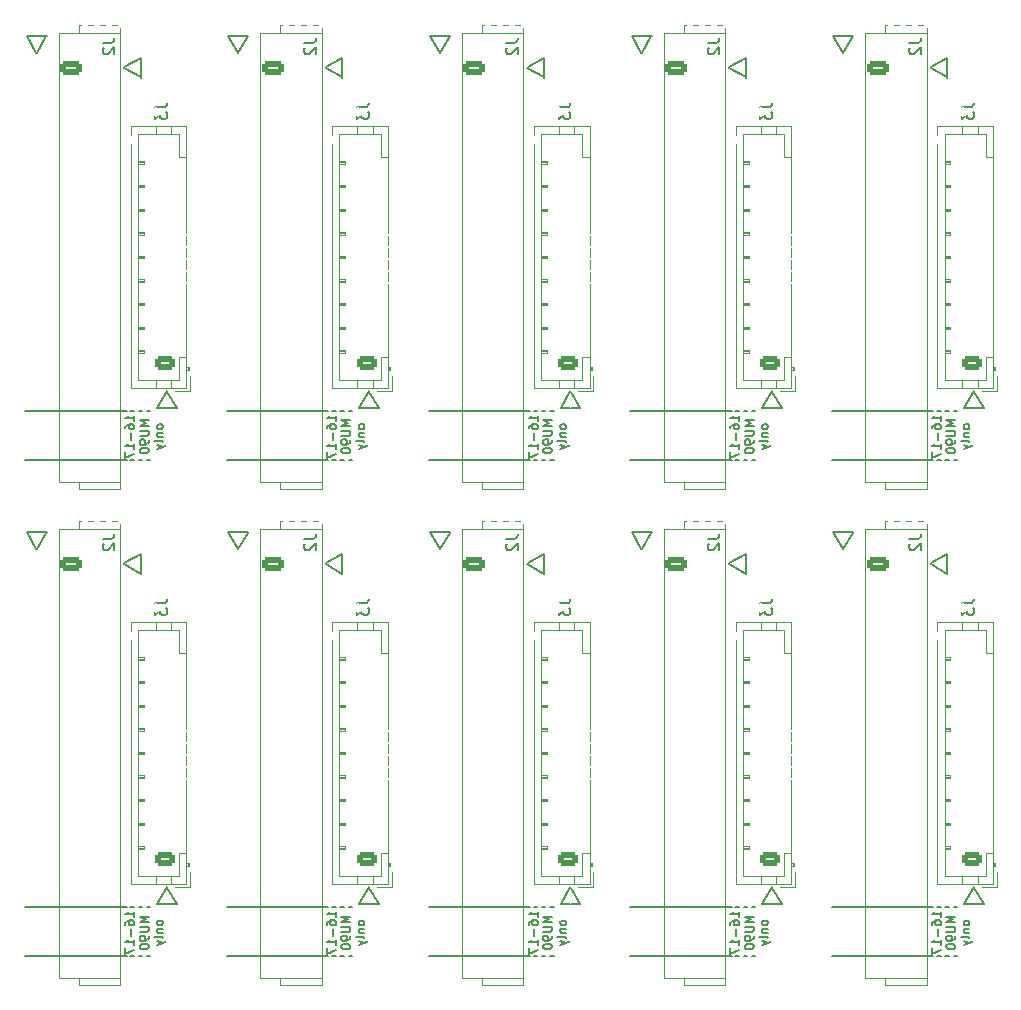
<source format=gbr>
%TF.GenerationSoftware,KiCad,Pcbnew,(6.0.1)*%
%TF.CreationDate,2022-07-05T17:23:16-07:00*%
%TF.ProjectId,mu100-dit-connector-board-panelized,6d753130-302d-4646-9974-2d636f6e6e65,rev?*%
%TF.SameCoordinates,Original*%
%TF.FileFunction,Legend,Bot*%
%TF.FilePolarity,Positive*%
%FSLAX46Y46*%
G04 Gerber Fmt 4.6, Leading zero omitted, Abs format (unit mm)*
G04 Created by KiCad (PCBNEW (6.0.1)) date 2022-07-05 17:23:16*
%MOMM*%
%LPD*%
G01*
G04 APERTURE LIST*
G04 Aperture macros list*
%AMRoundRect*
0 Rectangle with rounded corners*
0 $1 Rounding radius*
0 $2 $3 $4 $5 $6 $7 $8 $9 X,Y pos of 4 corners*
0 Add a 4 corners polygon primitive as box body*
4,1,4,$2,$3,$4,$5,$6,$7,$8,$9,$2,$3,0*
0 Add four circle primitives for the rounded corners*
1,1,$1+$1,$2,$3*
1,1,$1+$1,$4,$5*
1,1,$1+$1,$6,$7*
1,1,$1+$1,$8,$9*
0 Add four rect primitives between the rounded corners*
20,1,$1+$1,$2,$3,$4,$5,0*
20,1,$1+$1,$4,$5,$6,$7,0*
20,1,$1+$1,$6,$7,$8,$9,0*
20,1,$1+$1,$8,$9,$2,$3,0*%
G04 Aperture macros list end*
%ADD10C,0.150000*%
%ADD11C,0.120000*%
%ADD12C,0.500000*%
%ADD13R,1.350000X1.350000*%
%ADD14O,1.350000X1.350000*%
%ADD15RoundRect,0.250000X-0.650000X0.350000X-0.650000X-0.350000X0.650000X-0.350000X0.650000X0.350000X0*%
%ADD16O,1.800000X1.200000*%
%ADD17RoundRect,0.250000X0.625000X-0.350000X0.625000X0.350000X-0.625000X0.350000X-0.625000X-0.350000X0*%
%ADD18O,1.750000X1.200000*%
%ADD19C,0.800000*%
G04 APERTURE END LIST*
D10*
X75807000Y-60023800D02*
X67207000Y-60023800D01*
X34860000Y-66145000D02*
X34030000Y-66145000D01*
X59915000Y-68790000D02*
X59915000Y-67960000D01*
X16940000Y-66145000D02*
X16110000Y-66145000D01*
X59332000Y-60023800D02*
X59032000Y-60023800D01*
X28831000Y-55611800D02*
X28016000Y-54231800D01*
X34015000Y-24145000D02*
X33185000Y-24145000D01*
X16955000Y-25555000D02*
X17775000Y-24155000D01*
X77107000Y-60023800D02*
X76807000Y-60023800D01*
X60032000Y-97823800D02*
X59732000Y-97823800D01*
X28001000Y-55611800D02*
X28831000Y-55611800D01*
X25765000Y-67960000D02*
X24385000Y-68775000D01*
X59332000Y-55823800D02*
X59032000Y-55823800D01*
X51105000Y-25555000D02*
X51925000Y-24155000D01*
X94882000Y-102023800D02*
X94582000Y-102023800D01*
X27156000Y-55611800D02*
X27986000Y-55611800D01*
X24582000Y-60023800D02*
X15982000Y-60023800D01*
X50260000Y-24145000D02*
X51075000Y-25525000D01*
X62151000Y-97611800D02*
X62981000Y-97611800D01*
X76407000Y-102023800D02*
X76107000Y-102023800D01*
X84410000Y-24145000D02*
X85225000Y-25525000D01*
X76407000Y-55823800D02*
X76107000Y-55823800D01*
X43657000Y-102023800D02*
X43357000Y-102023800D01*
X68180000Y-25555000D02*
X69000000Y-24155000D01*
X59332000Y-102023800D02*
X59032000Y-102023800D01*
X92882000Y-55823800D02*
X84282000Y-55823800D01*
X94065000Y-25960000D02*
X92685000Y-26775000D01*
X60032000Y-55823800D02*
X59732000Y-55823800D01*
X60032000Y-60023800D02*
X59732000Y-60023800D01*
X25765000Y-26790000D02*
X25765000Y-25960000D01*
X94182000Y-102023800D02*
X93882000Y-102023800D01*
X25182000Y-97823800D02*
X24882000Y-97823800D01*
X92655000Y-26805000D02*
X94055000Y-27625000D01*
X94065000Y-67960000D02*
X92685000Y-68775000D01*
X28831000Y-97611800D02*
X28016000Y-96231800D01*
X25882000Y-102023800D02*
X25582000Y-102023800D01*
X76407000Y-60023800D02*
X76107000Y-60023800D01*
X25182000Y-55823800D02*
X24882000Y-55823800D01*
X86085000Y-66145000D02*
X85255000Y-66145000D01*
X76990000Y-26790000D02*
X76990000Y-25960000D01*
X34030000Y-25555000D02*
X34850000Y-24155000D01*
X34860000Y-24145000D02*
X34030000Y-24145000D01*
X58732000Y-55823800D02*
X50132000Y-55823800D01*
X16940000Y-24145000D02*
X16110000Y-24145000D01*
X59915000Y-67960000D02*
X58535000Y-68775000D01*
X77107000Y-55823800D02*
X76807000Y-55823800D01*
X51935000Y-24145000D02*
X51105000Y-24145000D01*
X42257000Y-60023800D02*
X41957000Y-60023800D01*
X92882000Y-102023800D02*
X84282000Y-102023800D01*
X77107000Y-97823800D02*
X76807000Y-97823800D01*
X62981000Y-97611800D02*
X62166000Y-96231800D01*
X85240000Y-24145000D02*
X84410000Y-24145000D01*
X60032000Y-102023800D02*
X59732000Y-102023800D01*
X76990000Y-27635000D02*
X76990000Y-26805000D01*
X41657000Y-55823800D02*
X33057000Y-55823800D01*
X45076000Y-55611800D02*
X45906000Y-55611800D01*
X75580000Y-68805000D02*
X76980000Y-69625000D01*
X16955000Y-67555000D02*
X17775000Y-66155000D01*
X42257000Y-97823800D02*
X41957000Y-97823800D01*
X16110000Y-66145000D02*
X16925000Y-67525000D01*
X96301000Y-97611800D02*
X97131000Y-97611800D01*
X94882000Y-60023800D02*
X94582000Y-60023800D01*
X45061000Y-54201800D02*
X44241000Y-55601800D01*
X42957000Y-60023800D02*
X42657000Y-60023800D01*
X43657000Y-60023800D02*
X43357000Y-60023800D01*
X77807000Y-102023800D02*
X77507000Y-102023800D01*
X75580000Y-26805000D02*
X76980000Y-27625000D01*
X41430000Y-68805000D02*
X42830000Y-69625000D01*
X25882000Y-55823800D02*
X25582000Y-55823800D01*
X68165000Y-66145000D02*
X67335000Y-66145000D01*
X25882000Y-97823800D02*
X25582000Y-97823800D01*
X60732000Y-60023800D02*
X60432000Y-60023800D01*
X26582000Y-97823800D02*
X26282000Y-97823800D01*
X79211000Y-54201800D02*
X78391000Y-55601800D01*
X76990000Y-25960000D02*
X75610000Y-26775000D01*
X92882000Y-97823800D02*
X84282000Y-97823800D01*
X58732000Y-97823800D02*
X50132000Y-97823800D01*
X27986000Y-96201800D02*
X27166000Y-97601800D01*
X42957000Y-97823800D02*
X42657000Y-97823800D01*
X96286000Y-54201800D02*
X95466000Y-55601800D01*
X42957000Y-102023800D02*
X42657000Y-102023800D01*
X62136000Y-96201800D02*
X61316000Y-97601800D01*
X80056000Y-97611800D02*
X79241000Y-96231800D01*
X93482000Y-55823800D02*
X93182000Y-55823800D01*
X77807000Y-60023800D02*
X77507000Y-60023800D01*
X42840000Y-69635000D02*
X42840000Y-68805000D01*
X79226000Y-55611800D02*
X80056000Y-55611800D01*
X59915000Y-25960000D02*
X58535000Y-26775000D01*
X61306000Y-97611800D02*
X62136000Y-97611800D01*
X60732000Y-55823800D02*
X60432000Y-55823800D01*
X41430000Y-26805000D02*
X42830000Y-27625000D01*
X94065000Y-27635000D02*
X94065000Y-26805000D01*
X41657000Y-97823800D02*
X33057000Y-97823800D01*
X76407000Y-97823800D02*
X76107000Y-97823800D01*
X42840000Y-27635000D02*
X42840000Y-26805000D01*
X17785000Y-66145000D02*
X16955000Y-66145000D01*
X59915000Y-69635000D02*
X59915000Y-68805000D01*
X76990000Y-68790000D02*
X76990000Y-67960000D01*
X62981000Y-55611800D02*
X62166000Y-54231800D01*
X94882000Y-97823800D02*
X94582000Y-97823800D01*
X58732000Y-102023800D02*
X50132000Y-102023800D01*
X33185000Y-24145000D02*
X34000000Y-25525000D01*
X27156000Y-97611800D02*
X27986000Y-97611800D01*
X62136000Y-54201800D02*
X61316000Y-55601800D01*
X24582000Y-55823800D02*
X15982000Y-55823800D01*
X78381000Y-97611800D02*
X79211000Y-97611800D01*
X45906000Y-97611800D02*
X45091000Y-96231800D01*
X59915000Y-26790000D02*
X59915000Y-25960000D01*
X86085000Y-24145000D02*
X85255000Y-24145000D01*
X44231000Y-97611800D02*
X45061000Y-97611800D01*
X51935000Y-66145000D02*
X51105000Y-66145000D01*
X51090000Y-24145000D02*
X50260000Y-24145000D01*
X24355000Y-26805000D02*
X25755000Y-27625000D01*
X16110000Y-24145000D02*
X16925000Y-25525000D01*
X44231000Y-55611800D02*
X45061000Y-55611800D01*
X94065000Y-69635000D02*
X94065000Y-68805000D01*
X25765000Y-25960000D02*
X24385000Y-26775000D01*
X85255000Y-25555000D02*
X86075000Y-24155000D01*
X41657000Y-60023800D02*
X33057000Y-60023800D01*
X80056000Y-55611800D02*
X79241000Y-54231800D01*
X84410000Y-66145000D02*
X85225000Y-67525000D01*
X67335000Y-66145000D02*
X68150000Y-67525000D01*
X17785000Y-24145000D02*
X16955000Y-24145000D01*
X94182000Y-97823800D02*
X93882000Y-97823800D01*
X77807000Y-97823800D02*
X77507000Y-97823800D01*
X93482000Y-60023800D02*
X93182000Y-60023800D01*
X94882000Y-55823800D02*
X94582000Y-55823800D01*
X58732000Y-60023800D02*
X50132000Y-60023800D01*
X42840000Y-68790000D02*
X42840000Y-67960000D01*
X26582000Y-60023800D02*
X26282000Y-60023800D01*
X97131000Y-55611800D02*
X96316000Y-54231800D01*
X75807000Y-102023800D02*
X67207000Y-102023800D01*
X45076000Y-97611800D02*
X45906000Y-97611800D01*
X60732000Y-102023800D02*
X60432000Y-102023800D01*
X42840000Y-26790000D02*
X42840000Y-25960000D01*
X34030000Y-67555000D02*
X34850000Y-66155000D01*
X85240000Y-66145000D02*
X84410000Y-66145000D01*
X61306000Y-55611800D02*
X62136000Y-55611800D01*
X76990000Y-69635000D02*
X76990000Y-68805000D01*
X25765000Y-27635000D02*
X25765000Y-26805000D01*
X85255000Y-67555000D02*
X86075000Y-66155000D01*
X79226000Y-97611800D02*
X80056000Y-97611800D01*
X42840000Y-25960000D02*
X41460000Y-26775000D01*
X96286000Y-96201800D02*
X95466000Y-97601800D01*
X69010000Y-66145000D02*
X68180000Y-66145000D01*
X77107000Y-102023800D02*
X76807000Y-102023800D01*
X45061000Y-96201800D02*
X44241000Y-97601800D01*
X94182000Y-60023800D02*
X93882000Y-60023800D01*
X97131000Y-97611800D02*
X96316000Y-96231800D01*
X92882000Y-60023800D02*
X84282000Y-60023800D01*
X93482000Y-97823800D02*
X93182000Y-97823800D01*
X94182000Y-55823800D02*
X93882000Y-55823800D01*
X92655000Y-68805000D02*
X94055000Y-69625000D01*
X27986000Y-54201800D02*
X27166000Y-55601800D01*
X25765000Y-68790000D02*
X25765000Y-67960000D01*
X69010000Y-24145000D02*
X68180000Y-24145000D01*
X59332000Y-97823800D02*
X59032000Y-97823800D01*
X68180000Y-67555000D02*
X69000000Y-66155000D01*
X58505000Y-26805000D02*
X59905000Y-27625000D01*
X96301000Y-55611800D02*
X97131000Y-55611800D01*
X67335000Y-24145000D02*
X68150000Y-25525000D01*
X59915000Y-27635000D02*
X59915000Y-26805000D01*
X68165000Y-24145000D02*
X67335000Y-24145000D01*
X51090000Y-66145000D02*
X50260000Y-66145000D01*
X93482000Y-102023800D02*
X93182000Y-102023800D01*
X79211000Y-96201800D02*
X78391000Y-97601800D01*
X42957000Y-55823800D02*
X42657000Y-55823800D01*
X51105000Y-67555000D02*
X51925000Y-66155000D01*
X26582000Y-102023800D02*
X26282000Y-102023800D01*
X26582000Y-55823800D02*
X26282000Y-55823800D01*
X45906000Y-55611800D02*
X45091000Y-54231800D01*
X76990000Y-67960000D02*
X75610000Y-68775000D01*
X25882000Y-60023800D02*
X25582000Y-60023800D01*
X33185000Y-66145000D02*
X34000000Y-67525000D01*
X77807000Y-55823800D02*
X77507000Y-55823800D01*
X94065000Y-26790000D02*
X94065000Y-25960000D01*
X58505000Y-68805000D02*
X59905000Y-69625000D01*
X25765000Y-69635000D02*
X25765000Y-68805000D01*
X43657000Y-55823800D02*
X43357000Y-55823800D01*
X94065000Y-68790000D02*
X94065000Y-67960000D01*
X60732000Y-97823800D02*
X60432000Y-97823800D01*
X62151000Y-55611800D02*
X62981000Y-55611800D01*
X95456000Y-55611800D02*
X96286000Y-55611800D01*
X43657000Y-97823800D02*
X43357000Y-97823800D01*
X50260000Y-66145000D02*
X51075000Y-67525000D01*
X24582000Y-102023800D02*
X15982000Y-102023800D01*
X42257000Y-55823800D02*
X41957000Y-55823800D01*
X75807000Y-55823800D02*
X67207000Y-55823800D01*
X42257000Y-102023800D02*
X41957000Y-102023800D01*
X75807000Y-97823800D02*
X67207000Y-97823800D01*
X34015000Y-66145000D02*
X33185000Y-66145000D01*
X42840000Y-67960000D02*
X41460000Y-68775000D01*
X28001000Y-97611800D02*
X28831000Y-97611800D01*
X41657000Y-102023800D02*
X33057000Y-102023800D01*
X24355000Y-68805000D02*
X25755000Y-69625000D01*
X78381000Y-55611800D02*
X79211000Y-55611800D01*
X95456000Y-97611800D02*
X96286000Y-97611800D01*
X25182000Y-102023800D02*
X24882000Y-102023800D01*
X25182000Y-60023800D02*
X24882000Y-60023800D01*
X24582000Y-97823800D02*
X15982000Y-97823800D01*
X25213785Y-98702371D02*
X25213785Y-98273800D01*
X25213785Y-98488085D02*
X24463785Y-98488085D01*
X24570928Y-98416657D01*
X24642357Y-98345228D01*
X24678071Y-98273800D01*
X24463785Y-99345228D02*
X24463785Y-99202371D01*
X24499500Y-99130942D01*
X24535214Y-99095228D01*
X24642357Y-99023800D01*
X24785214Y-98988085D01*
X25070928Y-98988085D01*
X25142357Y-99023800D01*
X25178071Y-99059514D01*
X25213785Y-99130942D01*
X25213785Y-99273800D01*
X25178071Y-99345228D01*
X25142357Y-99380942D01*
X25070928Y-99416657D01*
X24892357Y-99416657D01*
X24820928Y-99380942D01*
X24785214Y-99345228D01*
X24749500Y-99273800D01*
X24749500Y-99130942D01*
X24785214Y-99059514D01*
X24820928Y-99023800D01*
X24892357Y-98988085D01*
X24928071Y-99738085D02*
X24928071Y-100309514D01*
X25213785Y-101059514D02*
X25213785Y-100630942D01*
X25213785Y-100845228D02*
X24463785Y-100845228D01*
X24570928Y-100773800D01*
X24642357Y-100702371D01*
X24678071Y-100630942D01*
X24463785Y-101309514D02*
X24463785Y-101809514D01*
X25213785Y-101488085D01*
X26421285Y-98666657D02*
X25671285Y-98666657D01*
X26207000Y-98916657D01*
X25671285Y-99166657D01*
X26421285Y-99166657D01*
X25671285Y-99523800D02*
X26278428Y-99523800D01*
X26349857Y-99559514D01*
X26385571Y-99595228D01*
X26421285Y-99666657D01*
X26421285Y-99809514D01*
X26385571Y-99880942D01*
X26349857Y-99916657D01*
X26278428Y-99952371D01*
X25671285Y-99952371D01*
X26421285Y-100345228D02*
X26421285Y-100488085D01*
X26385571Y-100559514D01*
X26349857Y-100595228D01*
X26242714Y-100666657D01*
X26099857Y-100702371D01*
X25814142Y-100702371D01*
X25742714Y-100666657D01*
X25707000Y-100630942D01*
X25671285Y-100559514D01*
X25671285Y-100416657D01*
X25707000Y-100345228D01*
X25742714Y-100309514D01*
X25814142Y-100273800D01*
X25992714Y-100273800D01*
X26064142Y-100309514D01*
X26099857Y-100345228D01*
X26135571Y-100416657D01*
X26135571Y-100559514D01*
X26099857Y-100630942D01*
X26064142Y-100666657D01*
X25992714Y-100702371D01*
X25671285Y-101166657D02*
X25671285Y-101238085D01*
X25707000Y-101309514D01*
X25742714Y-101345228D01*
X25814142Y-101380942D01*
X25957000Y-101416657D01*
X26135571Y-101416657D01*
X26278428Y-101380942D01*
X26349857Y-101345228D01*
X26385571Y-101309514D01*
X26421285Y-101238085D01*
X26421285Y-101166657D01*
X26385571Y-101095228D01*
X26349857Y-101059514D01*
X26278428Y-101023800D01*
X26135571Y-100988085D01*
X25957000Y-100988085D01*
X25814142Y-101023800D01*
X25742714Y-101059514D01*
X25707000Y-101095228D01*
X25671285Y-101166657D01*
X27628785Y-99148800D02*
X27593071Y-99077371D01*
X27557357Y-99041657D01*
X27485928Y-99005942D01*
X27271642Y-99005942D01*
X27200214Y-99041657D01*
X27164500Y-99077371D01*
X27128785Y-99148800D01*
X27128785Y-99255942D01*
X27164500Y-99327371D01*
X27200214Y-99363085D01*
X27271642Y-99398800D01*
X27485928Y-99398800D01*
X27557357Y-99363085D01*
X27593071Y-99327371D01*
X27628785Y-99255942D01*
X27628785Y-99148800D01*
X27128785Y-99720228D02*
X27628785Y-99720228D01*
X27200214Y-99720228D02*
X27164500Y-99755942D01*
X27128785Y-99827371D01*
X27128785Y-99934514D01*
X27164500Y-100005942D01*
X27235928Y-100041657D01*
X27628785Y-100041657D01*
X27628785Y-100505942D02*
X27593071Y-100434514D01*
X27521642Y-100398800D01*
X26878785Y-100398800D01*
X27128785Y-100720228D02*
X27628785Y-100898800D01*
X27128785Y-101077371D02*
X27628785Y-100898800D01*
X27807357Y-100827371D01*
X27843071Y-100791657D01*
X27878785Y-100720228D01*
X93513785Y-98702371D02*
X93513785Y-98273800D01*
X93513785Y-98488085D02*
X92763785Y-98488085D01*
X92870928Y-98416657D01*
X92942357Y-98345228D01*
X92978071Y-98273800D01*
X92763785Y-99345228D02*
X92763785Y-99202371D01*
X92799500Y-99130942D01*
X92835214Y-99095228D01*
X92942357Y-99023800D01*
X93085214Y-98988085D01*
X93370928Y-98988085D01*
X93442357Y-99023800D01*
X93478071Y-99059514D01*
X93513785Y-99130942D01*
X93513785Y-99273800D01*
X93478071Y-99345228D01*
X93442357Y-99380942D01*
X93370928Y-99416657D01*
X93192357Y-99416657D01*
X93120928Y-99380942D01*
X93085214Y-99345228D01*
X93049500Y-99273800D01*
X93049500Y-99130942D01*
X93085214Y-99059514D01*
X93120928Y-99023800D01*
X93192357Y-98988085D01*
X93228071Y-99738085D02*
X93228071Y-100309514D01*
X93513785Y-101059514D02*
X93513785Y-100630942D01*
X93513785Y-100845228D02*
X92763785Y-100845228D01*
X92870928Y-100773800D01*
X92942357Y-100702371D01*
X92978071Y-100630942D01*
X92763785Y-101309514D02*
X92763785Y-101809514D01*
X93513785Y-101488085D01*
X94721285Y-98666657D02*
X93971285Y-98666657D01*
X94507000Y-98916657D01*
X93971285Y-99166657D01*
X94721285Y-99166657D01*
X93971285Y-99523800D02*
X94578428Y-99523800D01*
X94649857Y-99559514D01*
X94685571Y-99595228D01*
X94721285Y-99666657D01*
X94721285Y-99809514D01*
X94685571Y-99880942D01*
X94649857Y-99916657D01*
X94578428Y-99952371D01*
X93971285Y-99952371D01*
X94721285Y-100345228D02*
X94721285Y-100488085D01*
X94685571Y-100559514D01*
X94649857Y-100595228D01*
X94542714Y-100666657D01*
X94399857Y-100702371D01*
X94114142Y-100702371D01*
X94042714Y-100666657D01*
X94007000Y-100630942D01*
X93971285Y-100559514D01*
X93971285Y-100416657D01*
X94007000Y-100345228D01*
X94042714Y-100309514D01*
X94114142Y-100273800D01*
X94292714Y-100273800D01*
X94364142Y-100309514D01*
X94399857Y-100345228D01*
X94435571Y-100416657D01*
X94435571Y-100559514D01*
X94399857Y-100630942D01*
X94364142Y-100666657D01*
X94292714Y-100702371D01*
X93971285Y-101166657D02*
X93971285Y-101238085D01*
X94007000Y-101309514D01*
X94042714Y-101345228D01*
X94114142Y-101380942D01*
X94257000Y-101416657D01*
X94435571Y-101416657D01*
X94578428Y-101380942D01*
X94649857Y-101345228D01*
X94685571Y-101309514D01*
X94721285Y-101238085D01*
X94721285Y-101166657D01*
X94685571Y-101095228D01*
X94649857Y-101059514D01*
X94578428Y-101023800D01*
X94435571Y-100988085D01*
X94257000Y-100988085D01*
X94114142Y-101023800D01*
X94042714Y-101059514D01*
X94007000Y-101095228D01*
X93971285Y-101166657D01*
X95928785Y-99148800D02*
X95893071Y-99077371D01*
X95857357Y-99041657D01*
X95785928Y-99005942D01*
X95571642Y-99005942D01*
X95500214Y-99041657D01*
X95464500Y-99077371D01*
X95428785Y-99148800D01*
X95428785Y-99255942D01*
X95464500Y-99327371D01*
X95500214Y-99363085D01*
X95571642Y-99398800D01*
X95785928Y-99398800D01*
X95857357Y-99363085D01*
X95893071Y-99327371D01*
X95928785Y-99255942D01*
X95928785Y-99148800D01*
X95428785Y-99720228D02*
X95928785Y-99720228D01*
X95500214Y-99720228D02*
X95464500Y-99755942D01*
X95428785Y-99827371D01*
X95428785Y-99934514D01*
X95464500Y-100005942D01*
X95535928Y-100041657D01*
X95928785Y-100041657D01*
X95928785Y-100505942D02*
X95893071Y-100434514D01*
X95821642Y-100398800D01*
X95178785Y-100398800D01*
X95428785Y-100720228D02*
X95928785Y-100898800D01*
X95428785Y-101077371D02*
X95928785Y-100898800D01*
X96107357Y-100827371D01*
X96143071Y-100791657D01*
X96178785Y-100720228D01*
X42288785Y-98702371D02*
X42288785Y-98273800D01*
X42288785Y-98488085D02*
X41538785Y-98488085D01*
X41645928Y-98416657D01*
X41717357Y-98345228D01*
X41753071Y-98273800D01*
X41538785Y-99345228D02*
X41538785Y-99202371D01*
X41574500Y-99130942D01*
X41610214Y-99095228D01*
X41717357Y-99023800D01*
X41860214Y-98988085D01*
X42145928Y-98988085D01*
X42217357Y-99023800D01*
X42253071Y-99059514D01*
X42288785Y-99130942D01*
X42288785Y-99273800D01*
X42253071Y-99345228D01*
X42217357Y-99380942D01*
X42145928Y-99416657D01*
X41967357Y-99416657D01*
X41895928Y-99380942D01*
X41860214Y-99345228D01*
X41824500Y-99273800D01*
X41824500Y-99130942D01*
X41860214Y-99059514D01*
X41895928Y-99023800D01*
X41967357Y-98988085D01*
X42003071Y-99738085D02*
X42003071Y-100309514D01*
X42288785Y-101059514D02*
X42288785Y-100630942D01*
X42288785Y-100845228D02*
X41538785Y-100845228D01*
X41645928Y-100773800D01*
X41717357Y-100702371D01*
X41753071Y-100630942D01*
X41538785Y-101309514D02*
X41538785Y-101809514D01*
X42288785Y-101488085D01*
X43496285Y-98666657D02*
X42746285Y-98666657D01*
X43282000Y-98916657D01*
X42746285Y-99166657D01*
X43496285Y-99166657D01*
X42746285Y-99523800D02*
X43353428Y-99523800D01*
X43424857Y-99559514D01*
X43460571Y-99595228D01*
X43496285Y-99666657D01*
X43496285Y-99809514D01*
X43460571Y-99880942D01*
X43424857Y-99916657D01*
X43353428Y-99952371D01*
X42746285Y-99952371D01*
X43496285Y-100345228D02*
X43496285Y-100488085D01*
X43460571Y-100559514D01*
X43424857Y-100595228D01*
X43317714Y-100666657D01*
X43174857Y-100702371D01*
X42889142Y-100702371D01*
X42817714Y-100666657D01*
X42782000Y-100630942D01*
X42746285Y-100559514D01*
X42746285Y-100416657D01*
X42782000Y-100345228D01*
X42817714Y-100309514D01*
X42889142Y-100273800D01*
X43067714Y-100273800D01*
X43139142Y-100309514D01*
X43174857Y-100345228D01*
X43210571Y-100416657D01*
X43210571Y-100559514D01*
X43174857Y-100630942D01*
X43139142Y-100666657D01*
X43067714Y-100702371D01*
X42746285Y-101166657D02*
X42746285Y-101238085D01*
X42782000Y-101309514D01*
X42817714Y-101345228D01*
X42889142Y-101380942D01*
X43032000Y-101416657D01*
X43210571Y-101416657D01*
X43353428Y-101380942D01*
X43424857Y-101345228D01*
X43460571Y-101309514D01*
X43496285Y-101238085D01*
X43496285Y-101166657D01*
X43460571Y-101095228D01*
X43424857Y-101059514D01*
X43353428Y-101023800D01*
X43210571Y-100988085D01*
X43032000Y-100988085D01*
X42889142Y-101023800D01*
X42817714Y-101059514D01*
X42782000Y-101095228D01*
X42746285Y-101166657D01*
X44703785Y-99148800D02*
X44668071Y-99077371D01*
X44632357Y-99041657D01*
X44560928Y-99005942D01*
X44346642Y-99005942D01*
X44275214Y-99041657D01*
X44239500Y-99077371D01*
X44203785Y-99148800D01*
X44203785Y-99255942D01*
X44239500Y-99327371D01*
X44275214Y-99363085D01*
X44346642Y-99398800D01*
X44560928Y-99398800D01*
X44632357Y-99363085D01*
X44668071Y-99327371D01*
X44703785Y-99255942D01*
X44703785Y-99148800D01*
X44203785Y-99720228D02*
X44703785Y-99720228D01*
X44275214Y-99720228D02*
X44239500Y-99755942D01*
X44203785Y-99827371D01*
X44203785Y-99934514D01*
X44239500Y-100005942D01*
X44310928Y-100041657D01*
X44703785Y-100041657D01*
X44703785Y-100505942D02*
X44668071Y-100434514D01*
X44596642Y-100398800D01*
X43953785Y-100398800D01*
X44203785Y-100720228D02*
X44703785Y-100898800D01*
X44203785Y-101077371D02*
X44703785Y-100898800D01*
X44882357Y-100827371D01*
X44918071Y-100791657D01*
X44953785Y-100720228D01*
X76438785Y-98702371D02*
X76438785Y-98273800D01*
X76438785Y-98488085D02*
X75688785Y-98488085D01*
X75795928Y-98416657D01*
X75867357Y-98345228D01*
X75903071Y-98273800D01*
X75688785Y-99345228D02*
X75688785Y-99202371D01*
X75724500Y-99130942D01*
X75760214Y-99095228D01*
X75867357Y-99023800D01*
X76010214Y-98988085D01*
X76295928Y-98988085D01*
X76367357Y-99023800D01*
X76403071Y-99059514D01*
X76438785Y-99130942D01*
X76438785Y-99273800D01*
X76403071Y-99345228D01*
X76367357Y-99380942D01*
X76295928Y-99416657D01*
X76117357Y-99416657D01*
X76045928Y-99380942D01*
X76010214Y-99345228D01*
X75974500Y-99273800D01*
X75974500Y-99130942D01*
X76010214Y-99059514D01*
X76045928Y-99023800D01*
X76117357Y-98988085D01*
X76153071Y-99738085D02*
X76153071Y-100309514D01*
X76438785Y-101059514D02*
X76438785Y-100630942D01*
X76438785Y-100845228D02*
X75688785Y-100845228D01*
X75795928Y-100773800D01*
X75867357Y-100702371D01*
X75903071Y-100630942D01*
X75688785Y-101309514D02*
X75688785Y-101809514D01*
X76438785Y-101488085D01*
X77646285Y-98666657D02*
X76896285Y-98666657D01*
X77432000Y-98916657D01*
X76896285Y-99166657D01*
X77646285Y-99166657D01*
X76896285Y-99523800D02*
X77503428Y-99523800D01*
X77574857Y-99559514D01*
X77610571Y-99595228D01*
X77646285Y-99666657D01*
X77646285Y-99809514D01*
X77610571Y-99880942D01*
X77574857Y-99916657D01*
X77503428Y-99952371D01*
X76896285Y-99952371D01*
X77646285Y-100345228D02*
X77646285Y-100488085D01*
X77610571Y-100559514D01*
X77574857Y-100595228D01*
X77467714Y-100666657D01*
X77324857Y-100702371D01*
X77039142Y-100702371D01*
X76967714Y-100666657D01*
X76932000Y-100630942D01*
X76896285Y-100559514D01*
X76896285Y-100416657D01*
X76932000Y-100345228D01*
X76967714Y-100309514D01*
X77039142Y-100273800D01*
X77217714Y-100273800D01*
X77289142Y-100309514D01*
X77324857Y-100345228D01*
X77360571Y-100416657D01*
X77360571Y-100559514D01*
X77324857Y-100630942D01*
X77289142Y-100666657D01*
X77217714Y-100702371D01*
X76896285Y-101166657D02*
X76896285Y-101238085D01*
X76932000Y-101309514D01*
X76967714Y-101345228D01*
X77039142Y-101380942D01*
X77182000Y-101416657D01*
X77360571Y-101416657D01*
X77503428Y-101380942D01*
X77574857Y-101345228D01*
X77610571Y-101309514D01*
X77646285Y-101238085D01*
X77646285Y-101166657D01*
X77610571Y-101095228D01*
X77574857Y-101059514D01*
X77503428Y-101023800D01*
X77360571Y-100988085D01*
X77182000Y-100988085D01*
X77039142Y-101023800D01*
X76967714Y-101059514D01*
X76932000Y-101095228D01*
X76896285Y-101166657D01*
X78853785Y-99148800D02*
X78818071Y-99077371D01*
X78782357Y-99041657D01*
X78710928Y-99005942D01*
X78496642Y-99005942D01*
X78425214Y-99041657D01*
X78389500Y-99077371D01*
X78353785Y-99148800D01*
X78353785Y-99255942D01*
X78389500Y-99327371D01*
X78425214Y-99363085D01*
X78496642Y-99398800D01*
X78710928Y-99398800D01*
X78782357Y-99363085D01*
X78818071Y-99327371D01*
X78853785Y-99255942D01*
X78853785Y-99148800D01*
X78353785Y-99720228D02*
X78853785Y-99720228D01*
X78425214Y-99720228D02*
X78389500Y-99755942D01*
X78353785Y-99827371D01*
X78353785Y-99934514D01*
X78389500Y-100005942D01*
X78460928Y-100041657D01*
X78853785Y-100041657D01*
X78853785Y-100505942D02*
X78818071Y-100434514D01*
X78746642Y-100398800D01*
X78103785Y-100398800D01*
X78353785Y-100720228D02*
X78853785Y-100898800D01*
X78353785Y-101077371D02*
X78853785Y-100898800D01*
X79032357Y-100827371D01*
X79068071Y-100791657D01*
X79103785Y-100720228D01*
X59363785Y-56702371D02*
X59363785Y-56273800D01*
X59363785Y-56488085D02*
X58613785Y-56488085D01*
X58720928Y-56416657D01*
X58792357Y-56345228D01*
X58828071Y-56273800D01*
X58613785Y-57345228D02*
X58613785Y-57202371D01*
X58649500Y-57130942D01*
X58685214Y-57095228D01*
X58792357Y-57023800D01*
X58935214Y-56988085D01*
X59220928Y-56988085D01*
X59292357Y-57023800D01*
X59328071Y-57059514D01*
X59363785Y-57130942D01*
X59363785Y-57273800D01*
X59328071Y-57345228D01*
X59292357Y-57380942D01*
X59220928Y-57416657D01*
X59042357Y-57416657D01*
X58970928Y-57380942D01*
X58935214Y-57345228D01*
X58899500Y-57273800D01*
X58899500Y-57130942D01*
X58935214Y-57059514D01*
X58970928Y-57023800D01*
X59042357Y-56988085D01*
X59078071Y-57738085D02*
X59078071Y-58309514D01*
X59363785Y-59059514D02*
X59363785Y-58630942D01*
X59363785Y-58845228D02*
X58613785Y-58845228D01*
X58720928Y-58773800D01*
X58792357Y-58702371D01*
X58828071Y-58630942D01*
X58613785Y-59309514D02*
X58613785Y-59809514D01*
X59363785Y-59488085D01*
X60571285Y-56666657D02*
X59821285Y-56666657D01*
X60357000Y-56916657D01*
X59821285Y-57166657D01*
X60571285Y-57166657D01*
X59821285Y-57523800D02*
X60428428Y-57523800D01*
X60499857Y-57559514D01*
X60535571Y-57595228D01*
X60571285Y-57666657D01*
X60571285Y-57809514D01*
X60535571Y-57880942D01*
X60499857Y-57916657D01*
X60428428Y-57952371D01*
X59821285Y-57952371D01*
X60571285Y-58345228D02*
X60571285Y-58488085D01*
X60535571Y-58559514D01*
X60499857Y-58595228D01*
X60392714Y-58666657D01*
X60249857Y-58702371D01*
X59964142Y-58702371D01*
X59892714Y-58666657D01*
X59857000Y-58630942D01*
X59821285Y-58559514D01*
X59821285Y-58416657D01*
X59857000Y-58345228D01*
X59892714Y-58309514D01*
X59964142Y-58273800D01*
X60142714Y-58273800D01*
X60214142Y-58309514D01*
X60249857Y-58345228D01*
X60285571Y-58416657D01*
X60285571Y-58559514D01*
X60249857Y-58630942D01*
X60214142Y-58666657D01*
X60142714Y-58702371D01*
X59821285Y-59166657D02*
X59821285Y-59238085D01*
X59857000Y-59309514D01*
X59892714Y-59345228D01*
X59964142Y-59380942D01*
X60107000Y-59416657D01*
X60285571Y-59416657D01*
X60428428Y-59380942D01*
X60499857Y-59345228D01*
X60535571Y-59309514D01*
X60571285Y-59238085D01*
X60571285Y-59166657D01*
X60535571Y-59095228D01*
X60499857Y-59059514D01*
X60428428Y-59023800D01*
X60285571Y-58988085D01*
X60107000Y-58988085D01*
X59964142Y-59023800D01*
X59892714Y-59059514D01*
X59857000Y-59095228D01*
X59821285Y-59166657D01*
X61778785Y-57148800D02*
X61743071Y-57077371D01*
X61707357Y-57041657D01*
X61635928Y-57005942D01*
X61421642Y-57005942D01*
X61350214Y-57041657D01*
X61314500Y-57077371D01*
X61278785Y-57148800D01*
X61278785Y-57255942D01*
X61314500Y-57327371D01*
X61350214Y-57363085D01*
X61421642Y-57398800D01*
X61635928Y-57398800D01*
X61707357Y-57363085D01*
X61743071Y-57327371D01*
X61778785Y-57255942D01*
X61778785Y-57148800D01*
X61278785Y-57720228D02*
X61778785Y-57720228D01*
X61350214Y-57720228D02*
X61314500Y-57755942D01*
X61278785Y-57827371D01*
X61278785Y-57934514D01*
X61314500Y-58005942D01*
X61385928Y-58041657D01*
X61778785Y-58041657D01*
X61778785Y-58505942D02*
X61743071Y-58434514D01*
X61671642Y-58398800D01*
X61028785Y-58398800D01*
X61278785Y-58720228D02*
X61778785Y-58898800D01*
X61278785Y-59077371D02*
X61778785Y-58898800D01*
X61957357Y-58827371D01*
X61993071Y-58791657D01*
X62028785Y-58720228D01*
X76438785Y-56702371D02*
X76438785Y-56273800D01*
X76438785Y-56488085D02*
X75688785Y-56488085D01*
X75795928Y-56416657D01*
X75867357Y-56345228D01*
X75903071Y-56273800D01*
X75688785Y-57345228D02*
X75688785Y-57202371D01*
X75724500Y-57130942D01*
X75760214Y-57095228D01*
X75867357Y-57023800D01*
X76010214Y-56988085D01*
X76295928Y-56988085D01*
X76367357Y-57023800D01*
X76403071Y-57059514D01*
X76438785Y-57130942D01*
X76438785Y-57273800D01*
X76403071Y-57345228D01*
X76367357Y-57380942D01*
X76295928Y-57416657D01*
X76117357Y-57416657D01*
X76045928Y-57380942D01*
X76010214Y-57345228D01*
X75974500Y-57273800D01*
X75974500Y-57130942D01*
X76010214Y-57059514D01*
X76045928Y-57023800D01*
X76117357Y-56988085D01*
X76153071Y-57738085D02*
X76153071Y-58309514D01*
X76438785Y-59059514D02*
X76438785Y-58630942D01*
X76438785Y-58845228D02*
X75688785Y-58845228D01*
X75795928Y-58773800D01*
X75867357Y-58702371D01*
X75903071Y-58630942D01*
X75688785Y-59309514D02*
X75688785Y-59809514D01*
X76438785Y-59488085D01*
X77646285Y-56666657D02*
X76896285Y-56666657D01*
X77432000Y-56916657D01*
X76896285Y-57166657D01*
X77646285Y-57166657D01*
X76896285Y-57523800D02*
X77503428Y-57523800D01*
X77574857Y-57559514D01*
X77610571Y-57595228D01*
X77646285Y-57666657D01*
X77646285Y-57809514D01*
X77610571Y-57880942D01*
X77574857Y-57916657D01*
X77503428Y-57952371D01*
X76896285Y-57952371D01*
X77646285Y-58345228D02*
X77646285Y-58488085D01*
X77610571Y-58559514D01*
X77574857Y-58595228D01*
X77467714Y-58666657D01*
X77324857Y-58702371D01*
X77039142Y-58702371D01*
X76967714Y-58666657D01*
X76932000Y-58630942D01*
X76896285Y-58559514D01*
X76896285Y-58416657D01*
X76932000Y-58345228D01*
X76967714Y-58309514D01*
X77039142Y-58273800D01*
X77217714Y-58273800D01*
X77289142Y-58309514D01*
X77324857Y-58345228D01*
X77360571Y-58416657D01*
X77360571Y-58559514D01*
X77324857Y-58630942D01*
X77289142Y-58666657D01*
X77217714Y-58702371D01*
X76896285Y-59166657D02*
X76896285Y-59238085D01*
X76932000Y-59309514D01*
X76967714Y-59345228D01*
X77039142Y-59380942D01*
X77182000Y-59416657D01*
X77360571Y-59416657D01*
X77503428Y-59380942D01*
X77574857Y-59345228D01*
X77610571Y-59309514D01*
X77646285Y-59238085D01*
X77646285Y-59166657D01*
X77610571Y-59095228D01*
X77574857Y-59059514D01*
X77503428Y-59023800D01*
X77360571Y-58988085D01*
X77182000Y-58988085D01*
X77039142Y-59023800D01*
X76967714Y-59059514D01*
X76932000Y-59095228D01*
X76896285Y-59166657D01*
X78853785Y-57148800D02*
X78818071Y-57077371D01*
X78782357Y-57041657D01*
X78710928Y-57005942D01*
X78496642Y-57005942D01*
X78425214Y-57041657D01*
X78389500Y-57077371D01*
X78353785Y-57148800D01*
X78353785Y-57255942D01*
X78389500Y-57327371D01*
X78425214Y-57363085D01*
X78496642Y-57398800D01*
X78710928Y-57398800D01*
X78782357Y-57363085D01*
X78818071Y-57327371D01*
X78853785Y-57255942D01*
X78853785Y-57148800D01*
X78353785Y-57720228D02*
X78853785Y-57720228D01*
X78425214Y-57720228D02*
X78389500Y-57755942D01*
X78353785Y-57827371D01*
X78353785Y-57934514D01*
X78389500Y-58005942D01*
X78460928Y-58041657D01*
X78853785Y-58041657D01*
X78853785Y-58505942D02*
X78818071Y-58434514D01*
X78746642Y-58398800D01*
X78103785Y-58398800D01*
X78353785Y-58720228D02*
X78853785Y-58898800D01*
X78353785Y-59077371D02*
X78853785Y-58898800D01*
X79032357Y-58827371D01*
X79068071Y-58791657D01*
X79103785Y-58720228D01*
X42288785Y-56702371D02*
X42288785Y-56273800D01*
X42288785Y-56488085D02*
X41538785Y-56488085D01*
X41645928Y-56416657D01*
X41717357Y-56345228D01*
X41753071Y-56273800D01*
X41538785Y-57345228D02*
X41538785Y-57202371D01*
X41574500Y-57130942D01*
X41610214Y-57095228D01*
X41717357Y-57023800D01*
X41860214Y-56988085D01*
X42145928Y-56988085D01*
X42217357Y-57023800D01*
X42253071Y-57059514D01*
X42288785Y-57130942D01*
X42288785Y-57273800D01*
X42253071Y-57345228D01*
X42217357Y-57380942D01*
X42145928Y-57416657D01*
X41967357Y-57416657D01*
X41895928Y-57380942D01*
X41860214Y-57345228D01*
X41824500Y-57273800D01*
X41824500Y-57130942D01*
X41860214Y-57059514D01*
X41895928Y-57023800D01*
X41967357Y-56988085D01*
X42003071Y-57738085D02*
X42003071Y-58309514D01*
X42288785Y-59059514D02*
X42288785Y-58630942D01*
X42288785Y-58845228D02*
X41538785Y-58845228D01*
X41645928Y-58773800D01*
X41717357Y-58702371D01*
X41753071Y-58630942D01*
X41538785Y-59309514D02*
X41538785Y-59809514D01*
X42288785Y-59488085D01*
X43496285Y-56666657D02*
X42746285Y-56666657D01*
X43282000Y-56916657D01*
X42746285Y-57166657D01*
X43496285Y-57166657D01*
X42746285Y-57523800D02*
X43353428Y-57523800D01*
X43424857Y-57559514D01*
X43460571Y-57595228D01*
X43496285Y-57666657D01*
X43496285Y-57809514D01*
X43460571Y-57880942D01*
X43424857Y-57916657D01*
X43353428Y-57952371D01*
X42746285Y-57952371D01*
X43496285Y-58345228D02*
X43496285Y-58488085D01*
X43460571Y-58559514D01*
X43424857Y-58595228D01*
X43317714Y-58666657D01*
X43174857Y-58702371D01*
X42889142Y-58702371D01*
X42817714Y-58666657D01*
X42782000Y-58630942D01*
X42746285Y-58559514D01*
X42746285Y-58416657D01*
X42782000Y-58345228D01*
X42817714Y-58309514D01*
X42889142Y-58273800D01*
X43067714Y-58273800D01*
X43139142Y-58309514D01*
X43174857Y-58345228D01*
X43210571Y-58416657D01*
X43210571Y-58559514D01*
X43174857Y-58630942D01*
X43139142Y-58666657D01*
X43067714Y-58702371D01*
X42746285Y-59166657D02*
X42746285Y-59238085D01*
X42782000Y-59309514D01*
X42817714Y-59345228D01*
X42889142Y-59380942D01*
X43032000Y-59416657D01*
X43210571Y-59416657D01*
X43353428Y-59380942D01*
X43424857Y-59345228D01*
X43460571Y-59309514D01*
X43496285Y-59238085D01*
X43496285Y-59166657D01*
X43460571Y-59095228D01*
X43424857Y-59059514D01*
X43353428Y-59023800D01*
X43210571Y-58988085D01*
X43032000Y-58988085D01*
X42889142Y-59023800D01*
X42817714Y-59059514D01*
X42782000Y-59095228D01*
X42746285Y-59166657D01*
X44703785Y-57148800D02*
X44668071Y-57077371D01*
X44632357Y-57041657D01*
X44560928Y-57005942D01*
X44346642Y-57005942D01*
X44275214Y-57041657D01*
X44239500Y-57077371D01*
X44203785Y-57148800D01*
X44203785Y-57255942D01*
X44239500Y-57327371D01*
X44275214Y-57363085D01*
X44346642Y-57398800D01*
X44560928Y-57398800D01*
X44632357Y-57363085D01*
X44668071Y-57327371D01*
X44703785Y-57255942D01*
X44703785Y-57148800D01*
X44203785Y-57720228D02*
X44703785Y-57720228D01*
X44275214Y-57720228D02*
X44239500Y-57755942D01*
X44203785Y-57827371D01*
X44203785Y-57934514D01*
X44239500Y-58005942D01*
X44310928Y-58041657D01*
X44703785Y-58041657D01*
X44703785Y-58505942D02*
X44668071Y-58434514D01*
X44596642Y-58398800D01*
X43953785Y-58398800D01*
X44203785Y-58720228D02*
X44703785Y-58898800D01*
X44203785Y-59077371D02*
X44703785Y-58898800D01*
X44882357Y-58827371D01*
X44918071Y-58791657D01*
X44953785Y-58720228D01*
X93513785Y-56702371D02*
X93513785Y-56273800D01*
X93513785Y-56488085D02*
X92763785Y-56488085D01*
X92870928Y-56416657D01*
X92942357Y-56345228D01*
X92978071Y-56273800D01*
X92763785Y-57345228D02*
X92763785Y-57202371D01*
X92799500Y-57130942D01*
X92835214Y-57095228D01*
X92942357Y-57023800D01*
X93085214Y-56988085D01*
X93370928Y-56988085D01*
X93442357Y-57023800D01*
X93478071Y-57059514D01*
X93513785Y-57130942D01*
X93513785Y-57273800D01*
X93478071Y-57345228D01*
X93442357Y-57380942D01*
X93370928Y-57416657D01*
X93192357Y-57416657D01*
X93120928Y-57380942D01*
X93085214Y-57345228D01*
X93049500Y-57273800D01*
X93049500Y-57130942D01*
X93085214Y-57059514D01*
X93120928Y-57023800D01*
X93192357Y-56988085D01*
X93228071Y-57738085D02*
X93228071Y-58309514D01*
X93513785Y-59059514D02*
X93513785Y-58630942D01*
X93513785Y-58845228D02*
X92763785Y-58845228D01*
X92870928Y-58773800D01*
X92942357Y-58702371D01*
X92978071Y-58630942D01*
X92763785Y-59309514D02*
X92763785Y-59809514D01*
X93513785Y-59488085D01*
X94721285Y-56666657D02*
X93971285Y-56666657D01*
X94507000Y-56916657D01*
X93971285Y-57166657D01*
X94721285Y-57166657D01*
X93971285Y-57523800D02*
X94578428Y-57523800D01*
X94649857Y-57559514D01*
X94685571Y-57595228D01*
X94721285Y-57666657D01*
X94721285Y-57809514D01*
X94685571Y-57880942D01*
X94649857Y-57916657D01*
X94578428Y-57952371D01*
X93971285Y-57952371D01*
X94721285Y-58345228D02*
X94721285Y-58488085D01*
X94685571Y-58559514D01*
X94649857Y-58595228D01*
X94542714Y-58666657D01*
X94399857Y-58702371D01*
X94114142Y-58702371D01*
X94042714Y-58666657D01*
X94007000Y-58630942D01*
X93971285Y-58559514D01*
X93971285Y-58416657D01*
X94007000Y-58345228D01*
X94042714Y-58309514D01*
X94114142Y-58273800D01*
X94292714Y-58273800D01*
X94364142Y-58309514D01*
X94399857Y-58345228D01*
X94435571Y-58416657D01*
X94435571Y-58559514D01*
X94399857Y-58630942D01*
X94364142Y-58666657D01*
X94292714Y-58702371D01*
X93971285Y-59166657D02*
X93971285Y-59238085D01*
X94007000Y-59309514D01*
X94042714Y-59345228D01*
X94114142Y-59380942D01*
X94257000Y-59416657D01*
X94435571Y-59416657D01*
X94578428Y-59380942D01*
X94649857Y-59345228D01*
X94685571Y-59309514D01*
X94721285Y-59238085D01*
X94721285Y-59166657D01*
X94685571Y-59095228D01*
X94649857Y-59059514D01*
X94578428Y-59023800D01*
X94435571Y-58988085D01*
X94257000Y-58988085D01*
X94114142Y-59023800D01*
X94042714Y-59059514D01*
X94007000Y-59095228D01*
X93971285Y-59166657D01*
X95928785Y-57148800D02*
X95893071Y-57077371D01*
X95857357Y-57041657D01*
X95785928Y-57005942D01*
X95571642Y-57005942D01*
X95500214Y-57041657D01*
X95464500Y-57077371D01*
X95428785Y-57148800D01*
X95428785Y-57255942D01*
X95464500Y-57327371D01*
X95500214Y-57363085D01*
X95571642Y-57398800D01*
X95785928Y-57398800D01*
X95857357Y-57363085D01*
X95893071Y-57327371D01*
X95928785Y-57255942D01*
X95928785Y-57148800D01*
X95428785Y-57720228D02*
X95928785Y-57720228D01*
X95500214Y-57720228D02*
X95464500Y-57755942D01*
X95428785Y-57827371D01*
X95428785Y-57934514D01*
X95464500Y-58005942D01*
X95535928Y-58041657D01*
X95928785Y-58041657D01*
X95928785Y-58505942D02*
X95893071Y-58434514D01*
X95821642Y-58398800D01*
X95178785Y-58398800D01*
X95428785Y-58720228D02*
X95928785Y-58898800D01*
X95428785Y-59077371D02*
X95928785Y-58898800D01*
X96107357Y-58827371D01*
X96143071Y-58791657D01*
X96178785Y-58720228D01*
X25213785Y-56702371D02*
X25213785Y-56273800D01*
X25213785Y-56488085D02*
X24463785Y-56488085D01*
X24570928Y-56416657D01*
X24642357Y-56345228D01*
X24678071Y-56273800D01*
X24463785Y-57345228D02*
X24463785Y-57202371D01*
X24499500Y-57130942D01*
X24535214Y-57095228D01*
X24642357Y-57023800D01*
X24785214Y-56988085D01*
X25070928Y-56988085D01*
X25142357Y-57023800D01*
X25178071Y-57059514D01*
X25213785Y-57130942D01*
X25213785Y-57273800D01*
X25178071Y-57345228D01*
X25142357Y-57380942D01*
X25070928Y-57416657D01*
X24892357Y-57416657D01*
X24820928Y-57380942D01*
X24785214Y-57345228D01*
X24749500Y-57273800D01*
X24749500Y-57130942D01*
X24785214Y-57059514D01*
X24820928Y-57023800D01*
X24892357Y-56988085D01*
X24928071Y-57738085D02*
X24928071Y-58309514D01*
X25213785Y-59059514D02*
X25213785Y-58630942D01*
X25213785Y-58845228D02*
X24463785Y-58845228D01*
X24570928Y-58773800D01*
X24642357Y-58702371D01*
X24678071Y-58630942D01*
X24463785Y-59309514D02*
X24463785Y-59809514D01*
X25213785Y-59488085D01*
X26421285Y-56666657D02*
X25671285Y-56666657D01*
X26207000Y-56916657D01*
X25671285Y-57166657D01*
X26421285Y-57166657D01*
X25671285Y-57523800D02*
X26278428Y-57523800D01*
X26349857Y-57559514D01*
X26385571Y-57595228D01*
X26421285Y-57666657D01*
X26421285Y-57809514D01*
X26385571Y-57880942D01*
X26349857Y-57916657D01*
X26278428Y-57952371D01*
X25671285Y-57952371D01*
X26421285Y-58345228D02*
X26421285Y-58488085D01*
X26385571Y-58559514D01*
X26349857Y-58595228D01*
X26242714Y-58666657D01*
X26099857Y-58702371D01*
X25814142Y-58702371D01*
X25742714Y-58666657D01*
X25707000Y-58630942D01*
X25671285Y-58559514D01*
X25671285Y-58416657D01*
X25707000Y-58345228D01*
X25742714Y-58309514D01*
X25814142Y-58273800D01*
X25992714Y-58273800D01*
X26064142Y-58309514D01*
X26099857Y-58345228D01*
X26135571Y-58416657D01*
X26135571Y-58559514D01*
X26099857Y-58630942D01*
X26064142Y-58666657D01*
X25992714Y-58702371D01*
X25671285Y-59166657D02*
X25671285Y-59238085D01*
X25707000Y-59309514D01*
X25742714Y-59345228D01*
X25814142Y-59380942D01*
X25957000Y-59416657D01*
X26135571Y-59416657D01*
X26278428Y-59380942D01*
X26349857Y-59345228D01*
X26385571Y-59309514D01*
X26421285Y-59238085D01*
X26421285Y-59166657D01*
X26385571Y-59095228D01*
X26349857Y-59059514D01*
X26278428Y-59023800D01*
X26135571Y-58988085D01*
X25957000Y-58988085D01*
X25814142Y-59023800D01*
X25742714Y-59059514D01*
X25707000Y-59095228D01*
X25671285Y-59166657D01*
X27628785Y-57148800D02*
X27593071Y-57077371D01*
X27557357Y-57041657D01*
X27485928Y-57005942D01*
X27271642Y-57005942D01*
X27200214Y-57041657D01*
X27164500Y-57077371D01*
X27128785Y-57148800D01*
X27128785Y-57255942D01*
X27164500Y-57327371D01*
X27200214Y-57363085D01*
X27271642Y-57398800D01*
X27485928Y-57398800D01*
X27557357Y-57363085D01*
X27593071Y-57327371D01*
X27628785Y-57255942D01*
X27628785Y-57148800D01*
X27128785Y-57720228D02*
X27628785Y-57720228D01*
X27200214Y-57720228D02*
X27164500Y-57755942D01*
X27128785Y-57827371D01*
X27128785Y-57934514D01*
X27164500Y-58005942D01*
X27235928Y-58041657D01*
X27628785Y-58041657D01*
X27628785Y-58505942D02*
X27593071Y-58434514D01*
X27521642Y-58398800D01*
X26878785Y-58398800D01*
X27128785Y-58720228D02*
X27628785Y-58898800D01*
X27128785Y-59077371D02*
X27628785Y-58898800D01*
X27807357Y-58827371D01*
X27843071Y-58791657D01*
X27878785Y-58720228D01*
X59363785Y-98702371D02*
X59363785Y-98273800D01*
X59363785Y-98488085D02*
X58613785Y-98488085D01*
X58720928Y-98416657D01*
X58792357Y-98345228D01*
X58828071Y-98273800D01*
X58613785Y-99345228D02*
X58613785Y-99202371D01*
X58649500Y-99130942D01*
X58685214Y-99095228D01*
X58792357Y-99023800D01*
X58935214Y-98988085D01*
X59220928Y-98988085D01*
X59292357Y-99023800D01*
X59328071Y-99059514D01*
X59363785Y-99130942D01*
X59363785Y-99273800D01*
X59328071Y-99345228D01*
X59292357Y-99380942D01*
X59220928Y-99416657D01*
X59042357Y-99416657D01*
X58970928Y-99380942D01*
X58935214Y-99345228D01*
X58899500Y-99273800D01*
X58899500Y-99130942D01*
X58935214Y-99059514D01*
X58970928Y-99023800D01*
X59042357Y-98988085D01*
X59078071Y-99738085D02*
X59078071Y-100309514D01*
X59363785Y-101059514D02*
X59363785Y-100630942D01*
X59363785Y-100845228D02*
X58613785Y-100845228D01*
X58720928Y-100773800D01*
X58792357Y-100702371D01*
X58828071Y-100630942D01*
X58613785Y-101309514D02*
X58613785Y-101809514D01*
X59363785Y-101488085D01*
X60571285Y-98666657D02*
X59821285Y-98666657D01*
X60357000Y-98916657D01*
X59821285Y-99166657D01*
X60571285Y-99166657D01*
X59821285Y-99523800D02*
X60428428Y-99523800D01*
X60499857Y-99559514D01*
X60535571Y-99595228D01*
X60571285Y-99666657D01*
X60571285Y-99809514D01*
X60535571Y-99880942D01*
X60499857Y-99916657D01*
X60428428Y-99952371D01*
X59821285Y-99952371D01*
X60571285Y-100345228D02*
X60571285Y-100488085D01*
X60535571Y-100559514D01*
X60499857Y-100595228D01*
X60392714Y-100666657D01*
X60249857Y-100702371D01*
X59964142Y-100702371D01*
X59892714Y-100666657D01*
X59857000Y-100630942D01*
X59821285Y-100559514D01*
X59821285Y-100416657D01*
X59857000Y-100345228D01*
X59892714Y-100309514D01*
X59964142Y-100273800D01*
X60142714Y-100273800D01*
X60214142Y-100309514D01*
X60249857Y-100345228D01*
X60285571Y-100416657D01*
X60285571Y-100559514D01*
X60249857Y-100630942D01*
X60214142Y-100666657D01*
X60142714Y-100702371D01*
X59821285Y-101166657D02*
X59821285Y-101238085D01*
X59857000Y-101309514D01*
X59892714Y-101345228D01*
X59964142Y-101380942D01*
X60107000Y-101416657D01*
X60285571Y-101416657D01*
X60428428Y-101380942D01*
X60499857Y-101345228D01*
X60535571Y-101309514D01*
X60571285Y-101238085D01*
X60571285Y-101166657D01*
X60535571Y-101095228D01*
X60499857Y-101059514D01*
X60428428Y-101023800D01*
X60285571Y-100988085D01*
X60107000Y-100988085D01*
X59964142Y-101023800D01*
X59892714Y-101059514D01*
X59857000Y-101095228D01*
X59821285Y-101166657D01*
X61778785Y-99148800D02*
X61743071Y-99077371D01*
X61707357Y-99041657D01*
X61635928Y-99005942D01*
X61421642Y-99005942D01*
X61350214Y-99041657D01*
X61314500Y-99077371D01*
X61278785Y-99148800D01*
X61278785Y-99255942D01*
X61314500Y-99327371D01*
X61350214Y-99363085D01*
X61421642Y-99398800D01*
X61635928Y-99398800D01*
X61707357Y-99363085D01*
X61743071Y-99327371D01*
X61778785Y-99255942D01*
X61778785Y-99148800D01*
X61278785Y-99720228D02*
X61778785Y-99720228D01*
X61350214Y-99720228D02*
X61314500Y-99755942D01*
X61278785Y-99827371D01*
X61278785Y-99934514D01*
X61314500Y-100005942D01*
X61385928Y-100041657D01*
X61778785Y-100041657D01*
X61778785Y-100505942D02*
X61743071Y-100434514D01*
X61671642Y-100398800D01*
X61028785Y-100398800D01*
X61278785Y-100720228D02*
X61778785Y-100898800D01*
X61278785Y-101077371D02*
X61778785Y-100898800D01*
X61957357Y-100827371D01*
X61993071Y-100791657D01*
X62028785Y-100720228D01*
%TO.C,J2*%
X73762380Y-66671666D02*
X74476666Y-66671666D01*
X74619523Y-66624047D01*
X74714761Y-66528809D01*
X74762380Y-66385952D01*
X74762380Y-66290714D01*
X73857619Y-67100238D02*
X73810000Y-67147857D01*
X73762380Y-67243095D01*
X73762380Y-67481190D01*
X73810000Y-67576428D01*
X73857619Y-67624047D01*
X73952857Y-67671666D01*
X74048095Y-67671666D01*
X74190952Y-67624047D01*
X74762380Y-67052619D01*
X74762380Y-67671666D01*
X90837380Y-66671666D02*
X91551666Y-66671666D01*
X91694523Y-66624047D01*
X91789761Y-66528809D01*
X91837380Y-66385952D01*
X91837380Y-66290714D01*
X90932619Y-67100238D02*
X90885000Y-67147857D01*
X90837380Y-67243095D01*
X90837380Y-67481190D01*
X90885000Y-67576428D01*
X90932619Y-67624047D01*
X91027857Y-67671666D01*
X91123095Y-67671666D01*
X91265952Y-67624047D01*
X91837380Y-67052619D01*
X91837380Y-67671666D01*
X39612380Y-24671666D02*
X40326666Y-24671666D01*
X40469523Y-24624047D01*
X40564761Y-24528809D01*
X40612380Y-24385952D01*
X40612380Y-24290714D01*
X39707619Y-25100238D02*
X39660000Y-25147857D01*
X39612380Y-25243095D01*
X39612380Y-25481190D01*
X39660000Y-25576428D01*
X39707619Y-25624047D01*
X39802857Y-25671666D01*
X39898095Y-25671666D01*
X40040952Y-25624047D01*
X40612380Y-25052619D01*
X40612380Y-25671666D01*
%TO.C,J3*%
X26997380Y-72133666D02*
X27711666Y-72133666D01*
X27854523Y-72086047D01*
X27949761Y-71990809D01*
X27997380Y-71847952D01*
X27997380Y-71752714D01*
X26997380Y-72514619D02*
X26997380Y-73133666D01*
X27378333Y-72800333D01*
X27378333Y-72943190D01*
X27425952Y-73038428D01*
X27473571Y-73086047D01*
X27568809Y-73133666D01*
X27806904Y-73133666D01*
X27902142Y-73086047D01*
X27949761Y-73038428D01*
X27997380Y-72943190D01*
X27997380Y-72657476D01*
X27949761Y-72562238D01*
X27902142Y-72514619D01*
X78222380Y-72133666D02*
X78936666Y-72133666D01*
X79079523Y-72086047D01*
X79174761Y-71990809D01*
X79222380Y-71847952D01*
X79222380Y-71752714D01*
X78222380Y-72514619D02*
X78222380Y-73133666D01*
X78603333Y-72800333D01*
X78603333Y-72943190D01*
X78650952Y-73038428D01*
X78698571Y-73086047D01*
X78793809Y-73133666D01*
X79031904Y-73133666D01*
X79127142Y-73086047D01*
X79174761Y-73038428D01*
X79222380Y-72943190D01*
X79222380Y-72657476D01*
X79174761Y-72562238D01*
X79127142Y-72514619D01*
X44072380Y-30133666D02*
X44786666Y-30133666D01*
X44929523Y-30086047D01*
X45024761Y-29990809D01*
X45072380Y-29847952D01*
X45072380Y-29752714D01*
X44072380Y-30514619D02*
X44072380Y-31133666D01*
X44453333Y-30800333D01*
X44453333Y-30943190D01*
X44500952Y-31038428D01*
X44548571Y-31086047D01*
X44643809Y-31133666D01*
X44881904Y-31133666D01*
X44977142Y-31086047D01*
X45024761Y-31038428D01*
X45072380Y-30943190D01*
X45072380Y-30657476D01*
X45024761Y-30562238D01*
X44977142Y-30514619D01*
X61147380Y-72133666D02*
X61861666Y-72133666D01*
X62004523Y-72086047D01*
X62099761Y-71990809D01*
X62147380Y-71847952D01*
X62147380Y-71752714D01*
X61147380Y-72514619D02*
X61147380Y-73133666D01*
X61528333Y-72800333D01*
X61528333Y-72943190D01*
X61575952Y-73038428D01*
X61623571Y-73086047D01*
X61718809Y-73133666D01*
X61956904Y-73133666D01*
X62052142Y-73086047D01*
X62099761Y-73038428D01*
X62147380Y-72943190D01*
X62147380Y-72657476D01*
X62099761Y-72562238D01*
X62052142Y-72514619D01*
%TO.C,J2*%
X73762380Y-24671666D02*
X74476666Y-24671666D01*
X74619523Y-24624047D01*
X74714761Y-24528809D01*
X74762380Y-24385952D01*
X74762380Y-24290714D01*
X73857619Y-25100238D02*
X73810000Y-25147857D01*
X73762380Y-25243095D01*
X73762380Y-25481190D01*
X73810000Y-25576428D01*
X73857619Y-25624047D01*
X73952857Y-25671666D01*
X74048095Y-25671666D01*
X74190952Y-25624047D01*
X74762380Y-25052619D01*
X74762380Y-25671666D01*
X56687380Y-24671666D02*
X57401666Y-24671666D01*
X57544523Y-24624047D01*
X57639761Y-24528809D01*
X57687380Y-24385952D01*
X57687380Y-24290714D01*
X56782619Y-25100238D02*
X56735000Y-25147857D01*
X56687380Y-25243095D01*
X56687380Y-25481190D01*
X56735000Y-25576428D01*
X56782619Y-25624047D01*
X56877857Y-25671666D01*
X56973095Y-25671666D01*
X57115952Y-25624047D01*
X57687380Y-25052619D01*
X57687380Y-25671666D01*
%TO.C,J3*%
X61147380Y-30133666D02*
X61861666Y-30133666D01*
X62004523Y-30086047D01*
X62099761Y-29990809D01*
X62147380Y-29847952D01*
X62147380Y-29752714D01*
X61147380Y-30514619D02*
X61147380Y-31133666D01*
X61528333Y-30800333D01*
X61528333Y-30943190D01*
X61575952Y-31038428D01*
X61623571Y-31086047D01*
X61718809Y-31133666D01*
X61956904Y-31133666D01*
X62052142Y-31086047D01*
X62099761Y-31038428D01*
X62147380Y-30943190D01*
X62147380Y-30657476D01*
X62099761Y-30562238D01*
X62052142Y-30514619D01*
X44072380Y-72133666D02*
X44786666Y-72133666D01*
X44929523Y-72086047D01*
X45024761Y-71990809D01*
X45072380Y-71847952D01*
X45072380Y-71752714D01*
X44072380Y-72514619D02*
X44072380Y-73133666D01*
X44453333Y-72800333D01*
X44453333Y-72943190D01*
X44500952Y-73038428D01*
X44548571Y-73086047D01*
X44643809Y-73133666D01*
X44881904Y-73133666D01*
X44977142Y-73086047D01*
X45024761Y-73038428D01*
X45072380Y-72943190D01*
X45072380Y-72657476D01*
X45024761Y-72562238D01*
X44977142Y-72514619D01*
X26997380Y-30133666D02*
X27711666Y-30133666D01*
X27854523Y-30086047D01*
X27949761Y-29990809D01*
X27997380Y-29847952D01*
X27997380Y-29752714D01*
X26997380Y-30514619D02*
X26997380Y-31133666D01*
X27378333Y-30800333D01*
X27378333Y-30943190D01*
X27425952Y-31038428D01*
X27473571Y-31086047D01*
X27568809Y-31133666D01*
X27806904Y-31133666D01*
X27902142Y-31086047D01*
X27949761Y-31038428D01*
X27997380Y-30943190D01*
X27997380Y-30657476D01*
X27949761Y-30562238D01*
X27902142Y-30514619D01*
X95297380Y-72133666D02*
X96011666Y-72133666D01*
X96154523Y-72086047D01*
X96249761Y-71990809D01*
X96297380Y-71847952D01*
X96297380Y-71752714D01*
X95297380Y-72514619D02*
X95297380Y-73133666D01*
X95678333Y-72800333D01*
X95678333Y-72943190D01*
X95725952Y-73038428D01*
X95773571Y-73086047D01*
X95868809Y-73133666D01*
X96106904Y-73133666D01*
X96202142Y-73086047D01*
X96249761Y-73038428D01*
X96297380Y-72943190D01*
X96297380Y-72657476D01*
X96249761Y-72562238D01*
X96202142Y-72514619D01*
X95297380Y-30133666D02*
X96011666Y-30133666D01*
X96154523Y-30086047D01*
X96249761Y-29990809D01*
X96297380Y-29847952D01*
X96297380Y-29752714D01*
X95297380Y-30514619D02*
X95297380Y-31133666D01*
X95678333Y-30800333D01*
X95678333Y-30943190D01*
X95725952Y-31038428D01*
X95773571Y-31086047D01*
X95868809Y-31133666D01*
X96106904Y-31133666D01*
X96202142Y-31086047D01*
X96249761Y-31038428D01*
X96297380Y-30943190D01*
X96297380Y-30657476D01*
X96249761Y-30562238D01*
X96202142Y-30514619D01*
%TO.C,J2*%
X22537380Y-66671666D02*
X23251666Y-66671666D01*
X23394523Y-66624047D01*
X23489761Y-66528809D01*
X23537380Y-66385952D01*
X23537380Y-66290714D01*
X22632619Y-67100238D02*
X22585000Y-67147857D01*
X22537380Y-67243095D01*
X22537380Y-67481190D01*
X22585000Y-67576428D01*
X22632619Y-67624047D01*
X22727857Y-67671666D01*
X22823095Y-67671666D01*
X22965952Y-67624047D01*
X23537380Y-67052619D01*
X23537380Y-67671666D01*
%TO.C,J3*%
X78222380Y-30133666D02*
X78936666Y-30133666D01*
X79079523Y-30086047D01*
X79174761Y-29990809D01*
X79222380Y-29847952D01*
X79222380Y-29752714D01*
X78222380Y-30514619D02*
X78222380Y-31133666D01*
X78603333Y-30800333D01*
X78603333Y-30943190D01*
X78650952Y-31038428D01*
X78698571Y-31086047D01*
X78793809Y-31133666D01*
X79031904Y-31133666D01*
X79127142Y-31086047D01*
X79174761Y-31038428D01*
X79222380Y-30943190D01*
X79222380Y-30657476D01*
X79174761Y-30562238D01*
X79127142Y-30514619D01*
%TO.C,J2*%
X39612380Y-66671666D02*
X40326666Y-66671666D01*
X40469523Y-66624047D01*
X40564761Y-66528809D01*
X40612380Y-66385952D01*
X40612380Y-66290714D01*
X39707619Y-67100238D02*
X39660000Y-67147857D01*
X39612380Y-67243095D01*
X39612380Y-67481190D01*
X39660000Y-67576428D01*
X39707619Y-67624047D01*
X39802857Y-67671666D01*
X39898095Y-67671666D01*
X40040952Y-67624047D01*
X40612380Y-67052619D01*
X40612380Y-67671666D01*
X56687380Y-66671666D02*
X57401666Y-66671666D01*
X57544523Y-66624047D01*
X57639761Y-66528809D01*
X57687380Y-66385952D01*
X57687380Y-66290714D01*
X56782619Y-67100238D02*
X56735000Y-67147857D01*
X56687380Y-67243095D01*
X56687380Y-67481190D01*
X56735000Y-67576428D01*
X56782619Y-67624047D01*
X56877857Y-67671666D01*
X56973095Y-67671666D01*
X57115952Y-67624047D01*
X57687380Y-67052619D01*
X57687380Y-67671666D01*
X22537380Y-24671666D02*
X23251666Y-24671666D01*
X23394523Y-24624047D01*
X23489761Y-24528809D01*
X23537380Y-24385952D01*
X23537380Y-24290714D01*
X22632619Y-25100238D02*
X22585000Y-25147857D01*
X22537380Y-25243095D01*
X22537380Y-25481190D01*
X22585000Y-25576428D01*
X22632619Y-25624047D01*
X22727857Y-25671666D01*
X22823095Y-25671666D01*
X22965952Y-25624047D01*
X23537380Y-25052619D01*
X23537380Y-25671666D01*
X90837380Y-24671666D02*
X91551666Y-24671666D01*
X91694523Y-24624047D01*
X91789761Y-24528809D01*
X91837380Y-24385952D01*
X91837380Y-24290714D01*
X90932619Y-25100238D02*
X90885000Y-25147857D01*
X90837380Y-25243095D01*
X90837380Y-25481190D01*
X90885000Y-25576428D01*
X90932619Y-25624047D01*
X91027857Y-25671666D01*
X91123095Y-25671666D01*
X91265952Y-25624047D01*
X91837380Y-25052619D01*
X91837380Y-25671666D01*
D11*
X75230000Y-65835000D02*
X75230000Y-65185000D01*
X75230000Y-104485000D02*
X75230000Y-103835000D01*
X71730000Y-65185000D02*
X71730000Y-65835000D01*
X75230000Y-65185000D02*
X71730000Y-65185000D01*
X75230000Y-104485000D02*
X71730000Y-104485000D01*
X71730000Y-104485000D02*
X71730000Y-103835000D01*
X75230000Y-65835000D02*
X70030000Y-65835000D01*
X70030000Y-65835000D02*
X70030000Y-103835000D01*
X70030000Y-103835000D02*
X75230000Y-103835000D01*
X75230000Y-103835000D02*
X75230000Y-65835000D01*
X88805000Y-104485000D02*
X88805000Y-103835000D01*
X92305000Y-104485000D02*
X88805000Y-104485000D01*
X88805000Y-65185000D02*
X88805000Y-65835000D01*
X92305000Y-104485000D02*
X92305000Y-103835000D01*
X92305000Y-65185000D02*
X88805000Y-65185000D01*
X92305000Y-65835000D02*
X92305000Y-65185000D01*
X92305000Y-65835000D02*
X87105000Y-65835000D01*
X87105000Y-65835000D02*
X87105000Y-103835000D01*
X87105000Y-103835000D02*
X92305000Y-103835000D01*
X92305000Y-103835000D02*
X92305000Y-65835000D01*
X37580000Y-62485000D02*
X37580000Y-61835000D01*
X41080000Y-62485000D02*
X37580000Y-62485000D01*
X37580000Y-23185000D02*
X37580000Y-23835000D01*
X41080000Y-23185000D02*
X37580000Y-23185000D01*
X41080000Y-62485000D02*
X41080000Y-61835000D01*
X41080000Y-23835000D02*
X41080000Y-23185000D01*
X41080000Y-23835000D02*
X35880000Y-23835000D01*
X35880000Y-23835000D02*
X35880000Y-61835000D01*
X35880000Y-61835000D02*
X41080000Y-61835000D01*
X41080000Y-61835000D02*
X41080000Y-23835000D01*
%TO.C,J3*%
X26015000Y-90925000D02*
X26015000Y-90725000D01*
X29625000Y-93325000D02*
X29015000Y-93325000D01*
X26015000Y-88925000D02*
X26015000Y-88725000D01*
X26015000Y-78725000D02*
X25515000Y-78725000D01*
X26015000Y-92925000D02*
X26015000Y-92725000D01*
X29015000Y-95275000D02*
X25515000Y-95275000D01*
X26015000Y-88725000D02*
X25515000Y-88725000D01*
X26015000Y-84725000D02*
X25515000Y-84725000D01*
X26015000Y-76725000D02*
X25515000Y-76725000D01*
X26015000Y-90725000D02*
X25515000Y-90725000D01*
X25515000Y-90825000D02*
X26015000Y-90825000D01*
X26015000Y-82725000D02*
X25515000Y-82725000D01*
X29015000Y-74375000D02*
X29015000Y-76325000D01*
X25515000Y-84925000D02*
X26015000Y-84925000D01*
X25515000Y-84825000D02*
X26015000Y-84825000D01*
X24905000Y-95885000D02*
X24905000Y-73765000D01*
X26015000Y-80725000D02*
X25515000Y-80725000D01*
X26015000Y-76925000D02*
X26015000Y-76725000D01*
X27015000Y-73765000D02*
X27015000Y-74375000D01*
X25515000Y-90925000D02*
X26015000Y-90925000D01*
X25515000Y-88825000D02*
X26015000Y-88825000D01*
X29725000Y-94125000D02*
X29725000Y-94425000D01*
X24905000Y-73765000D02*
X29625000Y-73765000D01*
X26015000Y-80925000D02*
X26015000Y-80725000D01*
X29825000Y-94125000D02*
X29825000Y-94425000D01*
X25515000Y-74375000D02*
X29015000Y-74375000D01*
X25515000Y-92925000D02*
X26015000Y-92925000D01*
X25515000Y-80825000D02*
X26015000Y-80825000D01*
X26015000Y-92725000D02*
X25515000Y-92725000D01*
X29015000Y-76325000D02*
X29625000Y-76325000D01*
X29625000Y-73765000D02*
X29625000Y-95885000D01*
X28315000Y-95885000D02*
X28315000Y-95275000D01*
X26015000Y-78925000D02*
X26015000Y-78725000D01*
X25515000Y-78925000D02*
X26015000Y-78925000D01*
X29925000Y-96185000D02*
X28675000Y-96185000D01*
X26015000Y-82925000D02*
X26015000Y-82725000D01*
X27015000Y-95885000D02*
X27015000Y-95275000D01*
X29625000Y-94125000D02*
X29825000Y-94125000D01*
X25515000Y-95275000D02*
X25515000Y-74375000D01*
X25515000Y-76925000D02*
X26015000Y-76925000D01*
X25515000Y-82825000D02*
X26015000Y-82825000D01*
X25515000Y-86925000D02*
X26015000Y-86925000D01*
X25515000Y-86825000D02*
X26015000Y-86825000D01*
X29825000Y-94425000D02*
X29625000Y-94425000D01*
X29925000Y-94935000D02*
X29925000Y-96185000D01*
X25515000Y-78825000D02*
X26015000Y-78825000D01*
X25515000Y-80925000D02*
X26015000Y-80925000D01*
X29015000Y-93325000D02*
X29015000Y-95275000D01*
X25515000Y-92825000D02*
X26015000Y-92825000D01*
X29625000Y-95885000D02*
X24905000Y-95885000D01*
X26015000Y-86925000D02*
X26015000Y-86725000D01*
X26015000Y-86725000D02*
X25515000Y-86725000D01*
X28315000Y-73765000D02*
X28315000Y-74375000D01*
X25515000Y-82925000D02*
X26015000Y-82925000D01*
X25515000Y-76825000D02*
X26015000Y-76825000D01*
X26015000Y-84925000D02*
X26015000Y-84725000D01*
X25515000Y-88925000D02*
X26015000Y-88925000D01*
X76130000Y-95885000D02*
X76130000Y-73765000D01*
X76740000Y-86825000D02*
X77240000Y-86825000D01*
X77240000Y-82725000D02*
X76740000Y-82725000D01*
X77240000Y-80925000D02*
X77240000Y-80725000D01*
X80850000Y-94125000D02*
X81050000Y-94125000D01*
X77240000Y-82925000D02*
X77240000Y-82725000D01*
X77240000Y-84725000D02*
X76740000Y-84725000D01*
X77240000Y-78725000D02*
X76740000Y-78725000D01*
X80850000Y-95885000D02*
X76130000Y-95885000D01*
X80240000Y-95275000D02*
X76740000Y-95275000D01*
X81050000Y-94125000D02*
X81050000Y-94425000D01*
X76740000Y-90825000D02*
X77240000Y-90825000D01*
X76740000Y-92925000D02*
X77240000Y-92925000D01*
X76740000Y-88925000D02*
X77240000Y-88925000D01*
X76740000Y-86925000D02*
X77240000Y-86925000D01*
X76740000Y-90925000D02*
X77240000Y-90925000D01*
X79540000Y-73765000D02*
X79540000Y-74375000D01*
X76740000Y-76925000D02*
X77240000Y-76925000D01*
X79540000Y-95885000D02*
X79540000Y-95275000D01*
X80950000Y-94125000D02*
X80950000Y-94425000D01*
X77240000Y-84925000D02*
X77240000Y-84725000D01*
X78240000Y-95885000D02*
X78240000Y-95275000D01*
X80850000Y-93325000D02*
X80240000Y-93325000D01*
X77240000Y-76925000D02*
X77240000Y-76725000D01*
X76740000Y-78925000D02*
X77240000Y-78925000D01*
X76740000Y-76825000D02*
X77240000Y-76825000D01*
X76740000Y-82825000D02*
X77240000Y-82825000D01*
X76740000Y-80825000D02*
X77240000Y-80825000D01*
X76740000Y-84925000D02*
X77240000Y-84925000D01*
X76130000Y-73765000D02*
X80850000Y-73765000D01*
X77240000Y-76725000D02*
X76740000Y-76725000D01*
X76740000Y-84825000D02*
X77240000Y-84825000D01*
X76740000Y-74375000D02*
X80240000Y-74375000D01*
X80240000Y-93325000D02*
X80240000Y-95275000D01*
X77240000Y-92725000D02*
X76740000Y-92725000D01*
X77240000Y-92925000D02*
X77240000Y-92725000D01*
X76740000Y-88825000D02*
X77240000Y-88825000D01*
X77240000Y-90725000D02*
X76740000Y-90725000D01*
X76740000Y-78825000D02*
X77240000Y-78825000D01*
X80850000Y-73765000D02*
X80850000Y-95885000D01*
X77240000Y-88925000D02*
X77240000Y-88725000D01*
X80240000Y-74375000D02*
X80240000Y-76325000D01*
X77240000Y-88725000D02*
X76740000Y-88725000D01*
X77240000Y-86925000D02*
X77240000Y-86725000D01*
X76740000Y-80925000D02*
X77240000Y-80925000D01*
X81150000Y-96185000D02*
X79900000Y-96185000D01*
X76740000Y-92825000D02*
X77240000Y-92825000D01*
X76740000Y-95275000D02*
X76740000Y-74375000D01*
X77240000Y-80725000D02*
X76740000Y-80725000D01*
X77240000Y-78925000D02*
X77240000Y-78725000D01*
X77240000Y-90925000D02*
X77240000Y-90725000D01*
X77240000Y-86725000D02*
X76740000Y-86725000D01*
X81150000Y-94935000D02*
X81150000Y-96185000D01*
X80240000Y-76325000D02*
X80850000Y-76325000D01*
X76740000Y-82925000D02*
X77240000Y-82925000D01*
X81050000Y-94425000D02*
X80850000Y-94425000D01*
X78240000Y-73765000D02*
X78240000Y-74375000D01*
X42590000Y-44825000D02*
X43090000Y-44825000D01*
X42590000Y-36925000D02*
X43090000Y-36925000D01*
X46090000Y-34325000D02*
X46700000Y-34325000D01*
X42590000Y-40825000D02*
X43090000Y-40825000D01*
X42590000Y-44925000D02*
X43090000Y-44925000D01*
X43090000Y-46725000D02*
X42590000Y-46725000D01*
X42590000Y-50825000D02*
X43090000Y-50825000D01*
X44090000Y-53885000D02*
X44090000Y-53275000D01*
X46900000Y-52425000D02*
X46700000Y-52425000D01*
X43090000Y-34925000D02*
X43090000Y-34725000D01*
X46090000Y-51325000D02*
X46090000Y-53275000D01*
X46700000Y-31765000D02*
X46700000Y-53885000D01*
X43090000Y-44925000D02*
X43090000Y-44725000D01*
X42590000Y-46925000D02*
X43090000Y-46925000D01*
X47000000Y-54185000D02*
X45750000Y-54185000D01*
X43090000Y-46925000D02*
X43090000Y-46725000D01*
X42590000Y-38925000D02*
X43090000Y-38925000D01*
X43090000Y-48925000D02*
X43090000Y-48725000D01*
X46700000Y-52125000D02*
X46900000Y-52125000D01*
X43090000Y-36925000D02*
X43090000Y-36725000D01*
X43090000Y-40925000D02*
X43090000Y-40725000D01*
X42590000Y-48825000D02*
X43090000Y-48825000D01*
X42590000Y-34925000D02*
X43090000Y-34925000D01*
X42590000Y-42825000D02*
X43090000Y-42825000D01*
X42590000Y-53275000D02*
X42590000Y-32375000D01*
X42590000Y-34825000D02*
X43090000Y-34825000D01*
X42590000Y-38825000D02*
X43090000Y-38825000D01*
X43090000Y-50925000D02*
X43090000Y-50725000D01*
X46900000Y-52125000D02*
X46900000Y-52425000D01*
X46090000Y-53275000D02*
X42590000Y-53275000D01*
X42590000Y-48925000D02*
X43090000Y-48925000D01*
X43090000Y-38725000D02*
X42590000Y-38725000D01*
X46090000Y-32375000D02*
X46090000Y-34325000D01*
X43090000Y-50725000D02*
X42590000Y-50725000D01*
X43090000Y-36725000D02*
X42590000Y-36725000D01*
X41980000Y-31765000D02*
X46700000Y-31765000D01*
X46700000Y-53885000D02*
X41980000Y-53885000D01*
X42590000Y-36825000D02*
X43090000Y-36825000D01*
X43090000Y-44725000D02*
X42590000Y-44725000D01*
X43090000Y-48725000D02*
X42590000Y-48725000D01*
X41980000Y-53885000D02*
X41980000Y-31765000D01*
X44090000Y-31765000D02*
X44090000Y-32375000D01*
X46800000Y-52125000D02*
X46800000Y-52425000D01*
X42590000Y-40925000D02*
X43090000Y-40925000D01*
X46700000Y-51325000D02*
X46090000Y-51325000D01*
X43090000Y-34725000D02*
X42590000Y-34725000D01*
X42590000Y-50925000D02*
X43090000Y-50925000D01*
X42590000Y-32375000D02*
X46090000Y-32375000D01*
X42590000Y-42925000D02*
X43090000Y-42925000D01*
X43090000Y-40725000D02*
X42590000Y-40725000D01*
X45390000Y-31765000D02*
X45390000Y-32375000D01*
X43090000Y-42725000D02*
X42590000Y-42725000D01*
X47000000Y-52935000D02*
X47000000Y-54185000D01*
X43090000Y-42925000D02*
X43090000Y-42725000D01*
X45390000Y-53885000D02*
X45390000Y-53275000D01*
X43090000Y-38925000D02*
X43090000Y-38725000D01*
X42590000Y-46825000D02*
X43090000Y-46825000D01*
X59055000Y-73765000D02*
X63775000Y-73765000D01*
X63975000Y-94425000D02*
X63775000Y-94425000D01*
X63165000Y-76325000D02*
X63775000Y-76325000D01*
X62465000Y-95885000D02*
X62465000Y-95275000D01*
X60165000Y-86725000D02*
X59665000Y-86725000D01*
X63875000Y-94125000D02*
X63875000Y-94425000D01*
X60165000Y-88725000D02*
X59665000Y-88725000D01*
X60165000Y-78725000D02*
X59665000Y-78725000D01*
X59665000Y-76925000D02*
X60165000Y-76925000D01*
X59665000Y-78825000D02*
X60165000Y-78825000D01*
X63775000Y-73765000D02*
X63775000Y-95885000D01*
X60165000Y-84925000D02*
X60165000Y-84725000D01*
X63165000Y-95275000D02*
X59665000Y-95275000D01*
X59665000Y-76825000D02*
X60165000Y-76825000D01*
X64075000Y-94935000D02*
X64075000Y-96185000D01*
X59055000Y-95885000D02*
X59055000Y-73765000D01*
X59665000Y-82925000D02*
X60165000Y-82925000D01*
X59665000Y-78925000D02*
X60165000Y-78925000D01*
X59665000Y-86825000D02*
X60165000Y-86825000D01*
X60165000Y-76725000D02*
X59665000Y-76725000D01*
X59665000Y-95275000D02*
X59665000Y-74375000D01*
X61165000Y-73765000D02*
X61165000Y-74375000D01*
X59665000Y-74375000D02*
X63165000Y-74375000D01*
X59665000Y-80925000D02*
X60165000Y-80925000D01*
X59665000Y-90825000D02*
X60165000Y-90825000D01*
X63775000Y-95885000D02*
X59055000Y-95885000D01*
X59665000Y-92825000D02*
X60165000Y-92825000D01*
X63165000Y-93325000D02*
X63165000Y-95275000D01*
X59665000Y-84825000D02*
X60165000Y-84825000D01*
X59665000Y-90925000D02*
X60165000Y-90925000D01*
X59665000Y-84925000D02*
X60165000Y-84925000D01*
X60165000Y-76925000D02*
X60165000Y-76725000D01*
X63975000Y-94125000D02*
X63975000Y-94425000D01*
X59665000Y-82825000D02*
X60165000Y-82825000D01*
X60165000Y-82925000D02*
X60165000Y-82725000D01*
X63775000Y-93325000D02*
X63165000Y-93325000D01*
X60165000Y-90925000D02*
X60165000Y-90725000D01*
X60165000Y-90725000D02*
X59665000Y-90725000D01*
X59665000Y-80825000D02*
X60165000Y-80825000D01*
X64075000Y-96185000D02*
X62825000Y-96185000D01*
X60165000Y-80725000D02*
X59665000Y-80725000D01*
X60165000Y-84725000D02*
X59665000Y-84725000D01*
X59665000Y-88925000D02*
X60165000Y-88925000D01*
X61165000Y-95885000D02*
X61165000Y-95275000D01*
X60165000Y-88925000D02*
X60165000Y-88725000D01*
X59665000Y-88825000D02*
X60165000Y-88825000D01*
X59665000Y-92925000D02*
X60165000Y-92925000D01*
X62465000Y-73765000D02*
X62465000Y-74375000D01*
X60165000Y-86925000D02*
X60165000Y-86725000D01*
X59665000Y-86925000D02*
X60165000Y-86925000D01*
X60165000Y-82725000D02*
X59665000Y-82725000D01*
X60165000Y-92925000D02*
X60165000Y-92725000D01*
X60165000Y-78925000D02*
X60165000Y-78725000D01*
X60165000Y-80925000D02*
X60165000Y-80725000D01*
X60165000Y-92725000D02*
X59665000Y-92725000D01*
X63165000Y-74375000D02*
X63165000Y-76325000D01*
X63775000Y-94125000D02*
X63975000Y-94125000D01*
%TO.C,J2*%
X75230000Y-23835000D02*
X75230000Y-23185000D01*
X71730000Y-62485000D02*
X71730000Y-61835000D01*
X71730000Y-23185000D02*
X71730000Y-23835000D01*
X75230000Y-23185000D02*
X71730000Y-23185000D01*
X75230000Y-62485000D02*
X71730000Y-62485000D01*
X75230000Y-62485000D02*
X75230000Y-61835000D01*
X75230000Y-23835000D02*
X70030000Y-23835000D01*
X70030000Y-23835000D02*
X70030000Y-61835000D01*
X70030000Y-61835000D02*
X75230000Y-61835000D01*
X75230000Y-61835000D02*
X75230000Y-23835000D01*
X58155000Y-62485000D02*
X58155000Y-61835000D01*
X54655000Y-23185000D02*
X54655000Y-23835000D01*
X58155000Y-62485000D02*
X54655000Y-62485000D01*
X54655000Y-62485000D02*
X54655000Y-61835000D01*
X58155000Y-23185000D02*
X54655000Y-23185000D01*
X58155000Y-23835000D02*
X58155000Y-23185000D01*
X58155000Y-23835000D02*
X52955000Y-23835000D01*
X52955000Y-23835000D02*
X52955000Y-61835000D01*
X52955000Y-61835000D02*
X58155000Y-61835000D01*
X58155000Y-61835000D02*
X58155000Y-23835000D01*
%TO.C,J3*%
X59665000Y-53275000D02*
X59665000Y-32375000D01*
X59665000Y-44925000D02*
X60165000Y-44925000D01*
X60165000Y-46925000D02*
X60165000Y-46725000D01*
X60165000Y-48725000D02*
X59665000Y-48725000D01*
X59665000Y-34825000D02*
X60165000Y-34825000D01*
X60165000Y-50725000D02*
X59665000Y-50725000D01*
X63975000Y-52425000D02*
X63775000Y-52425000D01*
X60165000Y-48925000D02*
X60165000Y-48725000D01*
X63775000Y-51325000D02*
X63165000Y-51325000D01*
X59665000Y-32375000D02*
X63165000Y-32375000D01*
X60165000Y-42725000D02*
X59665000Y-42725000D01*
X59665000Y-44825000D02*
X60165000Y-44825000D01*
X63165000Y-51325000D02*
X63165000Y-53275000D01*
X63775000Y-52125000D02*
X63975000Y-52125000D01*
X62465000Y-53885000D02*
X62465000Y-53275000D01*
X59665000Y-50825000D02*
X60165000Y-50825000D01*
X60165000Y-46725000D02*
X59665000Y-46725000D01*
X59665000Y-40925000D02*
X60165000Y-40925000D01*
X59055000Y-53885000D02*
X59055000Y-31765000D01*
X59665000Y-50925000D02*
X60165000Y-50925000D01*
X60165000Y-38725000D02*
X59665000Y-38725000D01*
X63775000Y-53885000D02*
X59055000Y-53885000D01*
X63165000Y-32375000D02*
X63165000Y-34325000D01*
X61165000Y-53885000D02*
X61165000Y-53275000D01*
X59665000Y-40825000D02*
X60165000Y-40825000D01*
X60165000Y-38925000D02*
X60165000Y-38725000D01*
X64075000Y-52935000D02*
X64075000Y-54185000D01*
X59665000Y-46925000D02*
X60165000Y-46925000D01*
X59665000Y-46825000D02*
X60165000Y-46825000D01*
X59055000Y-31765000D02*
X63775000Y-31765000D01*
X60165000Y-34725000D02*
X59665000Y-34725000D01*
X59665000Y-34925000D02*
X60165000Y-34925000D01*
X60165000Y-40925000D02*
X60165000Y-40725000D01*
X60165000Y-36725000D02*
X59665000Y-36725000D01*
X63875000Y-52125000D02*
X63875000Y-52425000D01*
X62465000Y-31765000D02*
X62465000Y-32375000D01*
X59665000Y-48925000D02*
X60165000Y-48925000D01*
X63165000Y-53275000D02*
X59665000Y-53275000D01*
X59665000Y-48825000D02*
X60165000Y-48825000D01*
X59665000Y-38925000D02*
X60165000Y-38925000D01*
X60165000Y-44725000D02*
X59665000Y-44725000D01*
X60165000Y-42925000D02*
X60165000Y-42725000D01*
X59665000Y-36825000D02*
X60165000Y-36825000D01*
X59665000Y-42925000D02*
X60165000Y-42925000D01*
X61165000Y-31765000D02*
X61165000Y-32375000D01*
X59665000Y-42825000D02*
X60165000Y-42825000D01*
X59665000Y-38825000D02*
X60165000Y-38825000D01*
X60165000Y-40725000D02*
X59665000Y-40725000D01*
X60165000Y-36925000D02*
X60165000Y-36725000D01*
X63975000Y-52125000D02*
X63975000Y-52425000D01*
X59665000Y-36925000D02*
X60165000Y-36925000D01*
X60165000Y-34925000D02*
X60165000Y-34725000D01*
X63165000Y-34325000D02*
X63775000Y-34325000D01*
X60165000Y-44925000D02*
X60165000Y-44725000D01*
X64075000Y-54185000D02*
X62825000Y-54185000D01*
X63775000Y-31765000D02*
X63775000Y-53885000D01*
X60165000Y-50925000D02*
X60165000Y-50725000D01*
X46090000Y-76325000D02*
X46700000Y-76325000D01*
X47000000Y-94935000D02*
X47000000Y-96185000D01*
X44090000Y-73765000D02*
X44090000Y-74375000D01*
X42590000Y-86825000D02*
X43090000Y-86825000D01*
X42590000Y-76925000D02*
X43090000Y-76925000D01*
X42590000Y-78825000D02*
X43090000Y-78825000D01*
X42590000Y-90825000D02*
X43090000Y-90825000D01*
X42590000Y-95275000D02*
X42590000Y-74375000D01*
X46700000Y-95885000D02*
X41980000Y-95885000D01*
X46090000Y-93325000D02*
X46090000Y-95275000D01*
X42590000Y-86925000D02*
X43090000Y-86925000D01*
X43090000Y-88925000D02*
X43090000Y-88725000D01*
X43090000Y-86925000D02*
X43090000Y-86725000D01*
X43090000Y-86725000D02*
X42590000Y-86725000D01*
X43090000Y-88725000D02*
X42590000Y-88725000D01*
X46900000Y-94425000D02*
X46700000Y-94425000D01*
X42590000Y-76825000D02*
X43090000Y-76825000D01*
X42590000Y-90925000D02*
X43090000Y-90925000D01*
X42590000Y-84925000D02*
X43090000Y-84925000D01*
X42590000Y-78925000D02*
X43090000Y-78925000D01*
X45390000Y-73765000D02*
X45390000Y-74375000D01*
X43090000Y-82925000D02*
X43090000Y-82725000D01*
X43090000Y-90725000D02*
X42590000Y-90725000D01*
X41980000Y-95885000D02*
X41980000Y-73765000D01*
X43090000Y-76725000D02*
X42590000Y-76725000D01*
X46900000Y-94125000D02*
X46900000Y-94425000D01*
X46090000Y-95275000D02*
X42590000Y-95275000D01*
X42590000Y-80925000D02*
X43090000Y-80925000D01*
X41980000Y-73765000D02*
X46700000Y-73765000D01*
X45390000Y-95885000D02*
X45390000Y-95275000D01*
X46700000Y-73765000D02*
X46700000Y-95885000D01*
X43090000Y-76925000D02*
X43090000Y-76725000D01*
X43090000Y-80725000D02*
X42590000Y-80725000D01*
X46090000Y-74375000D02*
X46090000Y-76325000D01*
X43090000Y-92925000D02*
X43090000Y-92725000D01*
X43090000Y-82725000D02*
X42590000Y-82725000D01*
X42590000Y-92825000D02*
X43090000Y-92825000D01*
X43090000Y-92725000D02*
X42590000Y-92725000D01*
X42590000Y-88925000D02*
X43090000Y-88925000D01*
X47000000Y-96185000D02*
X45750000Y-96185000D01*
X43090000Y-80925000D02*
X43090000Y-80725000D01*
X44090000Y-95885000D02*
X44090000Y-95275000D01*
X43090000Y-78925000D02*
X43090000Y-78725000D01*
X42590000Y-82825000D02*
X43090000Y-82825000D01*
X43090000Y-78725000D02*
X42590000Y-78725000D01*
X43090000Y-90925000D02*
X43090000Y-90725000D01*
X43090000Y-84725000D02*
X42590000Y-84725000D01*
X42590000Y-88825000D02*
X43090000Y-88825000D01*
X42590000Y-92925000D02*
X43090000Y-92925000D01*
X42590000Y-80825000D02*
X43090000Y-80825000D01*
X42590000Y-84825000D02*
X43090000Y-84825000D01*
X42590000Y-82925000D02*
X43090000Y-82925000D01*
X46700000Y-93325000D02*
X46090000Y-93325000D01*
X46800000Y-94125000D02*
X46800000Y-94425000D01*
X43090000Y-84925000D02*
X43090000Y-84725000D01*
X42590000Y-74375000D02*
X46090000Y-74375000D01*
X46700000Y-94125000D02*
X46900000Y-94125000D01*
X25515000Y-44925000D02*
X26015000Y-44925000D01*
X29015000Y-34325000D02*
X29625000Y-34325000D01*
X25515000Y-36925000D02*
X26015000Y-36925000D01*
X25515000Y-53275000D02*
X25515000Y-32375000D01*
X29625000Y-51325000D02*
X29015000Y-51325000D01*
X29925000Y-52935000D02*
X29925000Y-54185000D01*
X25515000Y-50925000D02*
X26015000Y-50925000D01*
X29625000Y-52125000D02*
X29825000Y-52125000D01*
X26015000Y-42725000D02*
X25515000Y-42725000D01*
X26015000Y-42925000D02*
X26015000Y-42725000D01*
X25515000Y-42925000D02*
X26015000Y-42925000D01*
X26015000Y-36925000D02*
X26015000Y-36725000D01*
X25515000Y-40825000D02*
X26015000Y-40825000D01*
X26015000Y-36725000D02*
X25515000Y-36725000D01*
X26015000Y-38925000D02*
X26015000Y-38725000D01*
X29925000Y-54185000D02*
X28675000Y-54185000D01*
X26015000Y-40725000D02*
X25515000Y-40725000D01*
X29725000Y-52125000D02*
X29725000Y-52425000D01*
X25515000Y-46925000D02*
X26015000Y-46925000D01*
X26015000Y-38725000D02*
X25515000Y-38725000D01*
X25515000Y-36825000D02*
X26015000Y-36825000D01*
X26015000Y-44925000D02*
X26015000Y-44725000D01*
X25515000Y-50825000D02*
X26015000Y-50825000D01*
X26015000Y-50925000D02*
X26015000Y-50725000D01*
X29825000Y-52425000D02*
X29625000Y-52425000D01*
X25515000Y-38925000D02*
X26015000Y-38925000D01*
X27015000Y-53885000D02*
X27015000Y-53275000D01*
X29625000Y-53885000D02*
X24905000Y-53885000D01*
X29015000Y-53275000D02*
X25515000Y-53275000D01*
X25515000Y-40925000D02*
X26015000Y-40925000D01*
X26015000Y-46925000D02*
X26015000Y-46725000D01*
X26015000Y-40925000D02*
X26015000Y-40725000D01*
X26015000Y-34725000D02*
X25515000Y-34725000D01*
X25515000Y-38825000D02*
X26015000Y-38825000D01*
X28315000Y-53885000D02*
X28315000Y-53275000D01*
X25515000Y-48925000D02*
X26015000Y-48925000D01*
X29825000Y-52125000D02*
X29825000Y-52425000D01*
X26015000Y-34925000D02*
X26015000Y-34725000D01*
X28315000Y-31765000D02*
X28315000Y-32375000D01*
X26015000Y-46725000D02*
X25515000Y-46725000D01*
X29015000Y-51325000D02*
X29015000Y-53275000D01*
X29015000Y-32375000D02*
X29015000Y-34325000D01*
X24905000Y-31765000D02*
X29625000Y-31765000D01*
X25515000Y-34825000D02*
X26015000Y-34825000D01*
X29625000Y-31765000D02*
X29625000Y-53885000D01*
X25515000Y-48825000D02*
X26015000Y-48825000D01*
X25515000Y-42825000D02*
X26015000Y-42825000D01*
X26015000Y-48925000D02*
X26015000Y-48725000D01*
X24905000Y-53885000D02*
X24905000Y-31765000D01*
X25515000Y-32375000D02*
X29015000Y-32375000D01*
X27015000Y-31765000D02*
X27015000Y-32375000D01*
X26015000Y-50725000D02*
X25515000Y-50725000D01*
X26015000Y-48725000D02*
X25515000Y-48725000D01*
X26015000Y-44725000D02*
X25515000Y-44725000D01*
X25515000Y-44825000D02*
X26015000Y-44825000D01*
X25515000Y-46825000D02*
X26015000Y-46825000D01*
X25515000Y-34925000D02*
X26015000Y-34925000D01*
X93815000Y-84925000D02*
X94315000Y-84925000D01*
X94315000Y-80725000D02*
X93815000Y-80725000D01*
X93815000Y-90825000D02*
X94315000Y-90825000D01*
X93815000Y-92925000D02*
X94315000Y-92925000D01*
X93815000Y-80825000D02*
X94315000Y-80825000D01*
X94315000Y-90725000D02*
X93815000Y-90725000D01*
X97315000Y-76325000D02*
X97925000Y-76325000D01*
X93815000Y-88825000D02*
X94315000Y-88825000D01*
X97315000Y-74375000D02*
X97315000Y-76325000D01*
X98025000Y-94125000D02*
X98025000Y-94425000D01*
X96615000Y-95885000D02*
X96615000Y-95275000D01*
X97315000Y-95275000D02*
X93815000Y-95275000D01*
X94315000Y-84725000D02*
X93815000Y-84725000D01*
X94315000Y-90925000D02*
X94315000Y-90725000D01*
X93815000Y-90925000D02*
X94315000Y-90925000D01*
X94315000Y-82725000D02*
X93815000Y-82725000D01*
X93815000Y-92825000D02*
X94315000Y-92825000D01*
X93815000Y-82925000D02*
X94315000Y-82925000D01*
X93815000Y-78925000D02*
X94315000Y-78925000D01*
X98225000Y-96185000D02*
X96975000Y-96185000D01*
X95315000Y-73765000D02*
X95315000Y-74375000D01*
X93815000Y-80925000D02*
X94315000Y-80925000D01*
X93815000Y-76825000D02*
X94315000Y-76825000D01*
X93815000Y-78825000D02*
X94315000Y-78825000D01*
X94315000Y-78725000D02*
X93815000Y-78725000D01*
X93815000Y-95275000D02*
X93815000Y-74375000D01*
X94315000Y-92925000D02*
X94315000Y-92725000D01*
X98125000Y-94425000D02*
X97925000Y-94425000D01*
X93815000Y-88925000D02*
X94315000Y-88925000D01*
X95315000Y-95885000D02*
X95315000Y-95275000D01*
X94315000Y-82925000D02*
X94315000Y-82725000D01*
X94315000Y-76725000D02*
X93815000Y-76725000D01*
X97925000Y-94125000D02*
X98125000Y-94125000D01*
X93815000Y-86825000D02*
X94315000Y-86825000D01*
X93815000Y-76925000D02*
X94315000Y-76925000D01*
X94315000Y-88725000D02*
X93815000Y-88725000D01*
X94315000Y-86925000D02*
X94315000Y-86725000D01*
X93205000Y-95885000D02*
X93205000Y-73765000D01*
X94315000Y-84925000D02*
X94315000Y-84725000D01*
X93205000Y-73765000D02*
X97925000Y-73765000D01*
X94315000Y-92725000D02*
X93815000Y-92725000D01*
X97925000Y-95885000D02*
X93205000Y-95885000D01*
X98125000Y-94125000D02*
X98125000Y-94425000D01*
X96615000Y-73765000D02*
X96615000Y-74375000D01*
X94315000Y-76925000D02*
X94315000Y-76725000D01*
X94315000Y-86725000D02*
X93815000Y-86725000D01*
X93815000Y-74375000D02*
X97315000Y-74375000D01*
X94315000Y-78925000D02*
X94315000Y-78725000D01*
X94315000Y-80925000D02*
X94315000Y-80725000D01*
X97925000Y-73765000D02*
X97925000Y-95885000D01*
X93815000Y-82825000D02*
X94315000Y-82825000D01*
X93815000Y-86925000D02*
X94315000Y-86925000D01*
X97315000Y-93325000D02*
X97315000Y-95275000D01*
X93815000Y-84825000D02*
X94315000Y-84825000D01*
X98225000Y-94935000D02*
X98225000Y-96185000D01*
X97925000Y-93325000D02*
X97315000Y-93325000D01*
X94315000Y-88925000D02*
X94315000Y-88725000D01*
X94315000Y-50925000D02*
X94315000Y-50725000D01*
X94315000Y-42725000D02*
X93815000Y-42725000D01*
X93815000Y-40825000D02*
X94315000Y-40825000D01*
X94315000Y-34725000D02*
X93815000Y-34725000D01*
X93815000Y-36825000D02*
X94315000Y-36825000D01*
X94315000Y-44925000D02*
X94315000Y-44725000D01*
X93205000Y-53885000D02*
X93205000Y-31765000D01*
X98225000Y-54185000D02*
X96975000Y-54185000D01*
X94315000Y-42925000D02*
X94315000Y-42725000D01*
X93815000Y-53275000D02*
X93815000Y-32375000D01*
X93815000Y-34925000D02*
X94315000Y-34925000D01*
X97925000Y-52125000D02*
X98125000Y-52125000D01*
X94315000Y-48725000D02*
X93815000Y-48725000D01*
X98225000Y-52935000D02*
X98225000Y-54185000D01*
X93815000Y-50825000D02*
X94315000Y-50825000D01*
X93815000Y-36925000D02*
X94315000Y-36925000D01*
X94315000Y-50725000D02*
X93815000Y-50725000D01*
X93815000Y-48825000D02*
X94315000Y-48825000D01*
X94315000Y-44725000D02*
X93815000Y-44725000D01*
X97315000Y-53275000D02*
X93815000Y-53275000D01*
X94315000Y-38725000D02*
X93815000Y-38725000D01*
X96615000Y-31765000D02*
X96615000Y-32375000D01*
X93205000Y-31765000D02*
X97925000Y-31765000D01*
X93815000Y-46825000D02*
X94315000Y-46825000D01*
X93815000Y-42925000D02*
X94315000Y-42925000D01*
X94315000Y-34925000D02*
X94315000Y-34725000D01*
X93815000Y-50925000D02*
X94315000Y-50925000D01*
X97925000Y-31765000D02*
X97925000Y-53885000D01*
X94315000Y-36925000D02*
X94315000Y-36725000D01*
X93815000Y-44925000D02*
X94315000Y-44925000D01*
X93815000Y-44825000D02*
X94315000Y-44825000D01*
X93815000Y-38925000D02*
X94315000Y-38925000D01*
X95315000Y-31765000D02*
X95315000Y-32375000D01*
X97925000Y-51325000D02*
X97315000Y-51325000D01*
X97925000Y-53885000D02*
X93205000Y-53885000D01*
X93815000Y-42825000D02*
X94315000Y-42825000D01*
X93815000Y-46925000D02*
X94315000Y-46925000D01*
X95315000Y-53885000D02*
X95315000Y-53275000D01*
X98025000Y-52125000D02*
X98025000Y-52425000D01*
X93815000Y-48925000D02*
X94315000Y-48925000D01*
X98125000Y-52125000D02*
X98125000Y-52425000D01*
X96615000Y-53885000D02*
X96615000Y-53275000D01*
X94315000Y-38925000D02*
X94315000Y-38725000D01*
X94315000Y-48925000D02*
X94315000Y-48725000D01*
X93815000Y-34825000D02*
X94315000Y-34825000D01*
X93815000Y-38825000D02*
X94315000Y-38825000D01*
X97315000Y-34325000D02*
X97925000Y-34325000D01*
X98125000Y-52425000D02*
X97925000Y-52425000D01*
X93815000Y-40925000D02*
X94315000Y-40925000D01*
X94315000Y-40925000D02*
X94315000Y-40725000D01*
X94315000Y-46925000D02*
X94315000Y-46725000D01*
X94315000Y-40725000D02*
X93815000Y-40725000D01*
X93815000Y-32375000D02*
X97315000Y-32375000D01*
X97315000Y-32375000D02*
X97315000Y-34325000D01*
X94315000Y-36725000D02*
X93815000Y-36725000D01*
X94315000Y-46725000D02*
X93815000Y-46725000D01*
X97315000Y-51325000D02*
X97315000Y-53275000D01*
%TO.C,J2*%
X24005000Y-104485000D02*
X24005000Y-103835000D01*
X20505000Y-65185000D02*
X20505000Y-65835000D01*
X24005000Y-65835000D02*
X24005000Y-65185000D01*
X20505000Y-104485000D02*
X20505000Y-103835000D01*
X24005000Y-65185000D02*
X20505000Y-65185000D01*
X24005000Y-104485000D02*
X20505000Y-104485000D01*
X24005000Y-65835000D02*
X18805000Y-65835000D01*
X18805000Y-65835000D02*
X18805000Y-103835000D01*
X18805000Y-103835000D02*
X24005000Y-103835000D01*
X24005000Y-103835000D02*
X24005000Y-65835000D01*
%TO.C,J3*%
X79540000Y-31765000D02*
X79540000Y-32375000D01*
X76740000Y-32375000D02*
X80240000Y-32375000D01*
X80240000Y-32375000D02*
X80240000Y-34325000D01*
X77240000Y-40925000D02*
X77240000Y-40725000D01*
X80850000Y-51325000D02*
X80240000Y-51325000D01*
X76740000Y-46825000D02*
X77240000Y-46825000D01*
X77240000Y-46925000D02*
X77240000Y-46725000D01*
X76740000Y-34825000D02*
X77240000Y-34825000D01*
X76740000Y-36825000D02*
X77240000Y-36825000D01*
X81050000Y-52125000D02*
X81050000Y-52425000D01*
X76740000Y-44925000D02*
X77240000Y-44925000D01*
X77240000Y-36925000D02*
X77240000Y-36725000D01*
X76740000Y-48925000D02*
X77240000Y-48925000D01*
X76740000Y-44825000D02*
X77240000Y-44825000D01*
X77240000Y-34725000D02*
X76740000Y-34725000D01*
X77240000Y-34925000D02*
X77240000Y-34725000D01*
X76740000Y-53275000D02*
X76740000Y-32375000D01*
X77240000Y-38725000D02*
X76740000Y-38725000D01*
X77240000Y-42725000D02*
X76740000Y-42725000D01*
X77240000Y-50725000D02*
X76740000Y-50725000D01*
X80950000Y-52125000D02*
X80950000Y-52425000D01*
X77240000Y-40725000D02*
X76740000Y-40725000D01*
X79540000Y-53885000D02*
X79540000Y-53275000D01*
X77240000Y-44725000D02*
X76740000Y-44725000D01*
X76740000Y-36925000D02*
X77240000Y-36925000D01*
X76740000Y-34925000D02*
X77240000Y-34925000D01*
X80850000Y-52125000D02*
X81050000Y-52125000D01*
X77240000Y-38925000D02*
X77240000Y-38725000D01*
X78240000Y-53885000D02*
X78240000Y-53275000D01*
X76740000Y-42825000D02*
X77240000Y-42825000D01*
X81050000Y-52425000D02*
X80850000Y-52425000D01*
X77240000Y-46725000D02*
X76740000Y-46725000D01*
X77240000Y-48925000D02*
X77240000Y-48725000D01*
X77240000Y-42925000D02*
X77240000Y-42725000D01*
X80240000Y-53275000D02*
X76740000Y-53275000D01*
X80850000Y-53885000D02*
X76130000Y-53885000D01*
X76740000Y-40925000D02*
X77240000Y-40925000D01*
X76740000Y-50825000D02*
X77240000Y-50825000D01*
X76130000Y-53885000D02*
X76130000Y-31765000D01*
X76740000Y-40825000D02*
X77240000Y-40825000D01*
X78240000Y-31765000D02*
X78240000Y-32375000D01*
X76740000Y-38925000D02*
X77240000Y-38925000D01*
X76740000Y-42925000D02*
X77240000Y-42925000D01*
X80240000Y-34325000D02*
X80850000Y-34325000D01*
X77240000Y-36725000D02*
X76740000Y-36725000D01*
X80240000Y-51325000D02*
X80240000Y-53275000D01*
X80850000Y-31765000D02*
X80850000Y-53885000D01*
X81150000Y-52935000D02*
X81150000Y-54185000D01*
X77240000Y-44925000D02*
X77240000Y-44725000D01*
X77240000Y-48725000D02*
X76740000Y-48725000D01*
X76130000Y-31765000D02*
X80850000Y-31765000D01*
X76740000Y-48825000D02*
X77240000Y-48825000D01*
X76740000Y-38825000D02*
X77240000Y-38825000D01*
X81150000Y-54185000D02*
X79900000Y-54185000D01*
X76740000Y-50925000D02*
X77240000Y-50925000D01*
X77240000Y-50925000D02*
X77240000Y-50725000D01*
X76740000Y-46925000D02*
X77240000Y-46925000D01*
%TO.C,J2*%
X37580000Y-65185000D02*
X37580000Y-65835000D01*
X41080000Y-65185000D02*
X37580000Y-65185000D01*
X41080000Y-65835000D02*
X41080000Y-65185000D01*
X37580000Y-104485000D02*
X37580000Y-103835000D01*
X41080000Y-104485000D02*
X37580000Y-104485000D01*
X41080000Y-104485000D02*
X41080000Y-103835000D01*
X41080000Y-65835000D02*
X35880000Y-65835000D01*
X35880000Y-65835000D02*
X35880000Y-103835000D01*
X35880000Y-103835000D02*
X41080000Y-103835000D01*
X41080000Y-103835000D02*
X41080000Y-65835000D01*
X54655000Y-65185000D02*
X54655000Y-65835000D01*
X54655000Y-104485000D02*
X54655000Y-103835000D01*
X58155000Y-104485000D02*
X54655000Y-104485000D01*
X58155000Y-65185000D02*
X54655000Y-65185000D01*
X58155000Y-65835000D02*
X58155000Y-65185000D01*
X58155000Y-104485000D02*
X58155000Y-103835000D01*
X58155000Y-65835000D02*
X52955000Y-65835000D01*
X52955000Y-65835000D02*
X52955000Y-103835000D01*
X52955000Y-103835000D02*
X58155000Y-103835000D01*
X58155000Y-103835000D02*
X58155000Y-65835000D01*
X24005000Y-23835000D02*
X24005000Y-23185000D01*
X24005000Y-62485000D02*
X24005000Y-61835000D01*
X24005000Y-62485000D02*
X20505000Y-62485000D01*
X20505000Y-23185000D02*
X20505000Y-23835000D01*
X20505000Y-62485000D02*
X20505000Y-61835000D01*
X24005000Y-23185000D02*
X20505000Y-23185000D01*
X24005000Y-23835000D02*
X18805000Y-23835000D01*
X18805000Y-23835000D02*
X18805000Y-61835000D01*
X18805000Y-61835000D02*
X24005000Y-61835000D01*
X24005000Y-61835000D02*
X24005000Y-23835000D01*
X92305000Y-23835000D02*
X92305000Y-23185000D01*
X88805000Y-62485000D02*
X88805000Y-61835000D01*
X92305000Y-62485000D02*
X88805000Y-62485000D01*
X92305000Y-23185000D02*
X88805000Y-23185000D01*
X88805000Y-23185000D02*
X88805000Y-23835000D01*
X92305000Y-62485000D02*
X92305000Y-61835000D01*
X92305000Y-23835000D02*
X87105000Y-23835000D01*
X87105000Y-23835000D02*
X87105000Y-61835000D01*
X87105000Y-61835000D02*
X92305000Y-61835000D01*
X92305000Y-61835000D02*
X92305000Y-23835000D01*
%TD*%
%LPC*%
D12*
%TO.C,REF\u002A\u002A*%
X29875000Y-42000000D03*
%TD*%
%TO.C,REF\u002A\u002A*%
X46950000Y-41000000D03*
%TD*%
%TO.C,REF\u002A\u002A*%
X91350000Y-104800000D03*
%TD*%
%TO.C,REF\u002A\u002A*%
X54175000Y-65200000D03*
%TD*%
%TO.C,REF\u002A\u002A*%
X41125000Y-62800000D03*
%TD*%
%TO.C,REF\u002A\u002A*%
X73250000Y-23200000D03*
%TD*%
%TO.C,REF\u002A\u002A*%
X37100000Y-62800000D03*
%TD*%
%TO.C,REF\u002A\u002A*%
X41125000Y-104800000D03*
%TD*%
%TO.C,REF\u002A\u002A*%
X53175000Y-23200000D03*
%TD*%
%TO.C,REF\u002A\u002A*%
X29875000Y-44000000D03*
%TD*%
%TO.C,REF\u002A\u002A*%
X56175000Y-62800000D03*
%TD*%
%TO.C,REF\u002A\u002A*%
X64025000Y-41000000D03*
%TD*%
D13*
%TO.C,J1*%
X16995000Y-68835000D03*
D14*
X16995000Y-70835000D03*
X16995000Y-72835000D03*
X16995000Y-74835000D03*
X16995000Y-76835000D03*
X16995000Y-78835000D03*
X16995000Y-80835000D03*
X16995000Y-82835000D03*
X16995000Y-84835000D03*
X16995000Y-86835000D03*
X16995000Y-88835000D03*
X16995000Y-90835000D03*
X16995000Y-92835000D03*
X16995000Y-94835000D03*
X16995000Y-96835000D03*
X16995000Y-98835000D03*
X16995000Y-100835000D03*
%TD*%
D12*
%TO.C,REF\u002A\u002A*%
X36100000Y-62800000D03*
%TD*%
%TO.C,REF\u002A\u002A*%
X57200000Y-104800000D03*
%TD*%
%TO.C,REF\u002A\u002A*%
X37100000Y-23200000D03*
%TD*%
%TO.C,REF\u002A\u002A*%
X78275000Y-23200000D03*
%TD*%
%TO.C,REF\u002A\u002A*%
X52175000Y-104800000D03*
%TD*%
%TO.C,REF\u002A\u002A*%
X35100000Y-104800000D03*
%TD*%
%TO.C,REF\u002A\u002A*%
X88325000Y-62800000D03*
%TD*%
%TO.C,REF\u002A\u002A*%
X83500000Y-85000000D03*
%TD*%
%TO.C,REF\u002A\u002A*%
X57200000Y-23200000D03*
%TD*%
%TO.C,REF\u002A\u002A*%
X87325000Y-104800000D03*
%TD*%
%TO.C,REF\u002A\u002A*%
X64025000Y-86000000D03*
%TD*%
%TO.C,REF\u002A\u002A*%
X94350000Y-62800000D03*
%TD*%
%TO.C,REF\u002A\u002A*%
X95350000Y-65200000D03*
%TD*%
%TO.C,REF\u002A\u002A*%
X83500000Y-86000000D03*
%TD*%
%TO.C,REF\u002A\u002A*%
X32275000Y-86000000D03*
%TD*%
%TO.C,REF\u002A\u002A*%
X32275000Y-41000000D03*
%TD*%
%TO.C,REF\u002A\u002A*%
X38100000Y-23200000D03*
%TD*%
%TO.C,REF\u002A\u002A*%
X19025000Y-23200000D03*
%TD*%
%TO.C,REF\u002A\u002A*%
X26050000Y-104800000D03*
%TD*%
%TO.C,REF\u002A\u002A*%
X32275000Y-45000000D03*
%TD*%
%TO.C,REF\u002A\u002A*%
X56175000Y-65200000D03*
%TD*%
%TO.C,REF\u002A\u002A*%
X39100000Y-23200000D03*
%TD*%
%TO.C,REF\u002A\u002A*%
X52175000Y-65200000D03*
%TD*%
%TO.C,REF\u002A\u002A*%
X56175000Y-23200000D03*
%TD*%
%TO.C,REF\u002A\u002A*%
X81100000Y-83000000D03*
%TD*%
%TO.C,REF\u002A\u002A*%
X44125000Y-65200000D03*
%TD*%
%TO.C,REF\u002A\u002A*%
X55175000Y-62800000D03*
%TD*%
%TO.C,REF\u002A\u002A*%
X83500000Y-83000000D03*
%TD*%
%TO.C,REF\u002A\u002A*%
X81100000Y-86000000D03*
%TD*%
%TO.C,REF\u002A\u002A*%
X24050000Y-23200000D03*
%TD*%
%TO.C,REF\u002A\u002A*%
X36100000Y-23200000D03*
%TD*%
%TO.C,REF\u002A\u002A*%
X66425000Y-43000000D03*
%TD*%
%TO.C,REF\u002A\u002A*%
X81100000Y-41000000D03*
%TD*%
%TO.C,REF\u002A\u002A*%
X76275000Y-65200000D03*
%TD*%
%TO.C,REF\u002A\u002A*%
X87325000Y-65200000D03*
%TD*%
%TO.C,REF\u002A\u002A*%
X61200000Y-23200000D03*
%TD*%
%TO.C,REF\u002A\u002A*%
X83500000Y-84000000D03*
%TD*%
%TO.C,REF\u002A\u002A*%
X22025000Y-23200000D03*
%TD*%
%TO.C,REF\u002A\u002A*%
X32275000Y-44000000D03*
%TD*%
%TO.C,REF\u002A\u002A*%
X29875000Y-86000000D03*
%TD*%
%TO.C,REF\u002A\u002A*%
X40125000Y-62800000D03*
%TD*%
%TO.C,REF\u002A\u002A*%
X92350000Y-104800000D03*
%TD*%
%TO.C,REF\u002A\u002A*%
X54175000Y-62800000D03*
%TD*%
%TO.C,REF\u002A\u002A*%
X75275000Y-62800000D03*
%TD*%
D13*
%TO.C,J1*%
X16995000Y-26835000D03*
D14*
X16995000Y-28835000D03*
X16995000Y-30835000D03*
X16995000Y-32835000D03*
X16995000Y-34835000D03*
X16995000Y-36835000D03*
X16995000Y-38835000D03*
X16995000Y-40835000D03*
X16995000Y-42835000D03*
X16995000Y-44835000D03*
X16995000Y-46835000D03*
X16995000Y-48835000D03*
X16995000Y-50835000D03*
X16995000Y-52835000D03*
X16995000Y-54835000D03*
X16995000Y-56835000D03*
X16995000Y-58835000D03*
%TD*%
D12*
%TO.C,REF\u002A\u002A*%
X71250000Y-104800000D03*
%TD*%
%TO.C,REF\u002A\u002A*%
X49350000Y-86000000D03*
%TD*%
%TO.C,REF\u002A\u002A*%
X35100000Y-65200000D03*
%TD*%
%TO.C,REF\u002A\u002A*%
X39100000Y-62800000D03*
%TD*%
%TO.C,REF\u002A\u002A*%
X35100000Y-23200000D03*
%TD*%
%TO.C,REF\u002A\u002A*%
X95350000Y-104800000D03*
%TD*%
%TO.C,REF\u002A\u002A*%
X64025000Y-43000000D03*
%TD*%
%TO.C,REF\u002A\u002A*%
X24050000Y-104800000D03*
%TD*%
%TO.C,REF\u002A\u002A*%
X29875000Y-83000000D03*
%TD*%
%TO.C,REF\u002A\u002A*%
X19025000Y-65200000D03*
%TD*%
%TO.C,REF\u002A\u002A*%
X27050000Y-62800000D03*
%TD*%
%TO.C,REF\u002A\u002A*%
X83500000Y-41000000D03*
%TD*%
%TO.C,REF\u002A\u002A*%
X27050000Y-23200000D03*
%TD*%
%TO.C,REF\u002A\u002A*%
X29875000Y-45000000D03*
%TD*%
%TO.C,REF\u002A\u002A*%
X24050000Y-62800000D03*
%TD*%
%TO.C,REF\u002A\u002A*%
X90325000Y-62800000D03*
%TD*%
%TO.C,REF\u002A\u002A*%
X92350000Y-65200000D03*
%TD*%
%TO.C,REF\u002A\u002A*%
X88325000Y-23200000D03*
%TD*%
%TO.C,REF\u002A\u002A*%
X78275000Y-104800000D03*
%TD*%
%TO.C,REF\u002A\u002A*%
X73250000Y-62800000D03*
%TD*%
%TO.C,REF\u002A\u002A*%
X90325000Y-104800000D03*
%TD*%
%TO.C,REF\u002A\u002A*%
X60200000Y-62800000D03*
%TD*%
%TO.C,REF\u002A\u002A*%
X49350000Y-45000000D03*
%TD*%
%TO.C,REF\u002A\u002A*%
X78275000Y-65200000D03*
%TD*%
%TO.C,REF\u002A\u002A*%
X21025000Y-62800000D03*
%TD*%
%TO.C,REF\u002A\u002A*%
X36100000Y-65200000D03*
%TD*%
%TO.C,REF\u002A\u002A*%
X46950000Y-83000000D03*
%TD*%
D13*
%TO.C,J1*%
X85295000Y-68835000D03*
D14*
X85295000Y-70835000D03*
X85295000Y-72835000D03*
X85295000Y-74835000D03*
X85295000Y-76835000D03*
X85295000Y-78835000D03*
X85295000Y-80835000D03*
X85295000Y-82835000D03*
X85295000Y-84835000D03*
X85295000Y-86835000D03*
X85295000Y-88835000D03*
X85295000Y-90835000D03*
X85295000Y-92835000D03*
X85295000Y-94835000D03*
X85295000Y-96835000D03*
X85295000Y-98835000D03*
X85295000Y-100835000D03*
%TD*%
D12*
%TO.C,REF\u002A\u002A*%
X61200000Y-65200000D03*
%TD*%
%TO.C,REF\u002A\u002A*%
X29875000Y-87000000D03*
%TD*%
%TO.C,REF\u002A\u002A*%
X64025000Y-45000000D03*
%TD*%
D13*
%TO.C,J1*%
X34070000Y-26835000D03*
D14*
X34070000Y-28835000D03*
X34070000Y-30835000D03*
X34070000Y-32835000D03*
X34070000Y-34835000D03*
X34070000Y-36835000D03*
X34070000Y-38835000D03*
X34070000Y-40835000D03*
X34070000Y-42835000D03*
X34070000Y-44835000D03*
X34070000Y-46835000D03*
X34070000Y-48835000D03*
X34070000Y-50835000D03*
X34070000Y-52835000D03*
X34070000Y-54835000D03*
X34070000Y-56835000D03*
X34070000Y-58835000D03*
%TD*%
D13*
%TO.C,J1*%
X68220000Y-26835000D03*
D14*
X68220000Y-28835000D03*
X68220000Y-30835000D03*
X68220000Y-32835000D03*
X68220000Y-34835000D03*
X68220000Y-36835000D03*
X68220000Y-38835000D03*
X68220000Y-40835000D03*
X68220000Y-42835000D03*
X68220000Y-44835000D03*
X68220000Y-46835000D03*
X68220000Y-48835000D03*
X68220000Y-50835000D03*
X68220000Y-52835000D03*
X68220000Y-54835000D03*
X68220000Y-56835000D03*
X68220000Y-58835000D03*
%TD*%
D12*
%TO.C,REF\u002A\u002A*%
X32275000Y-84000000D03*
%TD*%
%TO.C,REF\u002A\u002A*%
X74275000Y-62800000D03*
%TD*%
%TO.C,REF\u002A\u002A*%
X20025000Y-104800000D03*
%TD*%
%TO.C,REF\u002A\u002A*%
X49350000Y-41000000D03*
%TD*%
%TO.C,REF\u002A\u002A*%
X42125000Y-62800000D03*
%TD*%
%TO.C,REF\u002A\u002A*%
X60200000Y-23200000D03*
%TD*%
%TO.C,REF\u002A\u002A*%
X29875000Y-41000000D03*
%TD*%
%TO.C,REF\u002A\u002A*%
X21025000Y-104800000D03*
%TD*%
%TO.C,REF\u002A\u002A*%
X18025000Y-65200000D03*
%TD*%
%TO.C,REF\u002A\u002A*%
X18025000Y-104800000D03*
%TD*%
%TO.C,REF\u002A\u002A*%
X58200000Y-62800000D03*
%TD*%
%TO.C,REF\u002A\u002A*%
X19025000Y-104800000D03*
%TD*%
%TO.C,REF\u002A\u002A*%
X23050000Y-23200000D03*
%TD*%
%TO.C,REF\u002A\u002A*%
X69250000Y-62800000D03*
%TD*%
%TO.C,REF\u002A\u002A*%
X59200000Y-104800000D03*
%TD*%
%TO.C,REF\u002A\u002A*%
X60200000Y-104800000D03*
%TD*%
%TO.C,REF\u002A\u002A*%
X52175000Y-62800000D03*
%TD*%
D13*
%TO.C,J1*%
X51145000Y-68835000D03*
D14*
X51145000Y-70835000D03*
X51145000Y-72835000D03*
X51145000Y-74835000D03*
X51145000Y-76835000D03*
X51145000Y-78835000D03*
X51145000Y-80835000D03*
X51145000Y-82835000D03*
X51145000Y-84835000D03*
X51145000Y-86835000D03*
X51145000Y-88835000D03*
X51145000Y-90835000D03*
X51145000Y-92835000D03*
X51145000Y-94835000D03*
X51145000Y-96835000D03*
X51145000Y-98835000D03*
X51145000Y-100835000D03*
%TD*%
D12*
%TO.C,REF\u002A\u002A*%
X76275000Y-62800000D03*
%TD*%
%TO.C,REF\u002A\u002A*%
X81100000Y-87000000D03*
%TD*%
%TO.C,REF\u002A\u002A*%
X23050000Y-62800000D03*
%TD*%
%TO.C,REF\u002A\u002A*%
X93350000Y-104800000D03*
%TD*%
%TO.C,REF\u002A\u002A*%
X86325000Y-104800000D03*
%TD*%
%TO.C,REF\u002A\u002A*%
X25050000Y-62800000D03*
%TD*%
%TO.C,REF\u002A\u002A*%
X66425000Y-83000000D03*
%TD*%
%TO.C,REF\u002A\u002A*%
X55175000Y-104800000D03*
%TD*%
%TO.C,REF\u002A\u002A*%
X26050000Y-23200000D03*
%TD*%
%TO.C,REF\u002A\u002A*%
X27050000Y-65200000D03*
%TD*%
%TO.C,REF\u002A\u002A*%
X32275000Y-85000000D03*
%TD*%
%TO.C,REF\u002A\u002A*%
X93350000Y-65200000D03*
%TD*%
%TO.C,REF\u002A\u002A*%
X35100000Y-62800000D03*
%TD*%
%TO.C,REF\u002A\u002A*%
X72250000Y-104800000D03*
%TD*%
%TO.C,REF\u002A\u002A*%
X81100000Y-85000000D03*
%TD*%
D13*
%TO.C,J1*%
X85295000Y-26835000D03*
D14*
X85295000Y-28835000D03*
X85295000Y-30835000D03*
X85295000Y-32835000D03*
X85295000Y-34835000D03*
X85295000Y-36835000D03*
X85295000Y-38835000D03*
X85295000Y-40835000D03*
X85295000Y-42835000D03*
X85295000Y-44835000D03*
X85295000Y-46835000D03*
X85295000Y-48835000D03*
X85295000Y-50835000D03*
X85295000Y-52835000D03*
X85295000Y-54835000D03*
X85295000Y-56835000D03*
X85295000Y-58835000D03*
%TD*%
D12*
%TO.C,REF\u002A\u002A*%
X91350000Y-23200000D03*
%TD*%
%TO.C,REF\u002A\u002A*%
X18025000Y-62800000D03*
%TD*%
%TO.C,REF\u002A\u002A*%
X32275000Y-42000000D03*
%TD*%
%TO.C,REF\u002A\u002A*%
X83500000Y-42000000D03*
%TD*%
%TO.C,REF\u002A\u002A*%
X83500000Y-44000000D03*
%TD*%
%TO.C,REF\u002A\u002A*%
X49350000Y-84000000D03*
%TD*%
%TO.C,REF\u002A\u002A*%
X26050000Y-62800000D03*
%TD*%
%TO.C,REF\u002A\u002A*%
X23050000Y-65200000D03*
%TD*%
%TO.C,REF\u002A\u002A*%
X77275000Y-62800000D03*
%TD*%
%TO.C,REF\u002A\u002A*%
X69250000Y-23200000D03*
%TD*%
%TO.C,REF\u002A\u002A*%
X90325000Y-65200000D03*
%TD*%
%TO.C,REF\u002A\u002A*%
X46950000Y-44000000D03*
%TD*%
%TO.C,REF\u002A\u002A*%
X57200000Y-62800000D03*
%TD*%
%TO.C,REF\u002A\u002A*%
X44125000Y-62800000D03*
%TD*%
%TO.C,REF\u002A\u002A*%
X72250000Y-23200000D03*
%TD*%
%TO.C,REF\u002A\u002A*%
X49350000Y-43000000D03*
%TD*%
%TO.C,REF\u002A\u002A*%
X42125000Y-23200000D03*
%TD*%
%TO.C,REF\u002A\u002A*%
X64025000Y-87000000D03*
%TD*%
%TO.C,REF\u002A\u002A*%
X86325000Y-23200000D03*
%TD*%
D13*
%TO.C,J1*%
X51145000Y-26835000D03*
D14*
X51145000Y-28835000D03*
X51145000Y-30835000D03*
X51145000Y-32835000D03*
X51145000Y-34835000D03*
X51145000Y-36835000D03*
X51145000Y-38835000D03*
X51145000Y-40835000D03*
X51145000Y-42835000D03*
X51145000Y-44835000D03*
X51145000Y-46835000D03*
X51145000Y-48835000D03*
X51145000Y-50835000D03*
X51145000Y-52835000D03*
X51145000Y-54835000D03*
X51145000Y-56835000D03*
X51145000Y-58835000D03*
%TD*%
D12*
%TO.C,REF\u002A\u002A*%
X77275000Y-65200000D03*
%TD*%
%TO.C,REF\u002A\u002A*%
X32275000Y-83000000D03*
%TD*%
%TO.C,REF\u002A\u002A*%
X39100000Y-104800000D03*
%TD*%
%TO.C,REF\u002A\u002A*%
X93350000Y-23200000D03*
%TD*%
%TO.C,REF\u002A\u002A*%
X70250000Y-65200000D03*
%TD*%
%TO.C,REF\u002A\u002A*%
X38100000Y-104800000D03*
%TD*%
%TO.C,REF\u002A\u002A*%
X83500000Y-43000000D03*
%TD*%
%TO.C,REF\u002A\u002A*%
X61200000Y-104800000D03*
%TD*%
%TO.C,REF\u002A\u002A*%
X60200000Y-65200000D03*
%TD*%
%TO.C,REF\u002A\u002A*%
X52175000Y-23200000D03*
%TD*%
%TO.C,REF\u002A\u002A*%
X88325000Y-104800000D03*
%TD*%
%TO.C,REF\u002A\u002A*%
X41125000Y-65200000D03*
%TD*%
%TO.C,REF\u002A\u002A*%
X46950000Y-86000000D03*
%TD*%
D13*
%TO.C,J1*%
X68220000Y-68835000D03*
D14*
X68220000Y-70835000D03*
X68220000Y-72835000D03*
X68220000Y-74835000D03*
X68220000Y-76835000D03*
X68220000Y-78835000D03*
X68220000Y-80835000D03*
X68220000Y-82835000D03*
X68220000Y-84835000D03*
X68220000Y-86835000D03*
X68220000Y-88835000D03*
X68220000Y-90835000D03*
X68220000Y-92835000D03*
X68220000Y-94835000D03*
X68220000Y-96835000D03*
X68220000Y-98835000D03*
X68220000Y-100835000D03*
%TD*%
D12*
%TO.C,REF\u002A\u002A*%
X49350000Y-87000000D03*
%TD*%
%TO.C,REF\u002A\u002A*%
X81100000Y-43000000D03*
%TD*%
%TO.C,REF\u002A\u002A*%
X42125000Y-65200000D03*
%TD*%
%TO.C,REF\u002A\u002A*%
X46950000Y-84000000D03*
%TD*%
%TO.C,REF\u002A\u002A*%
X40125000Y-65200000D03*
%TD*%
%TO.C,REF\u002A\u002A*%
X73250000Y-65200000D03*
%TD*%
%TO.C,REF\u002A\u002A*%
X89325000Y-62800000D03*
%TD*%
%TO.C,REF\u002A\u002A*%
X95350000Y-62800000D03*
%TD*%
%TO.C,REF\u002A\u002A*%
X39100000Y-65200000D03*
%TD*%
%TO.C,REF\u002A\u002A*%
X42125000Y-104800000D03*
%TD*%
%TO.C,REF\u002A\u002A*%
X49350000Y-83000000D03*
%TD*%
%TO.C,REF\u002A\u002A*%
X43125000Y-104800000D03*
%TD*%
%TO.C,REF\u002A\u002A*%
X66425000Y-87000000D03*
%TD*%
%TO.C,REF\u002A\u002A*%
X77275000Y-23200000D03*
%TD*%
%TO.C,REF\u002A\u002A*%
X64025000Y-84000000D03*
%TD*%
%TO.C,REF\u002A\u002A*%
X70250000Y-104800000D03*
%TD*%
%TO.C,REF\u002A\u002A*%
X29875000Y-85000000D03*
%TD*%
%TO.C,REF\u002A\u002A*%
X81100000Y-42000000D03*
%TD*%
%TO.C,REF\u002A\u002A*%
X74275000Y-104800000D03*
%TD*%
%TO.C,REF\u002A\u002A*%
X66425000Y-85000000D03*
%TD*%
%TO.C,REF\u002A\u002A*%
X49350000Y-85000000D03*
%TD*%
%TO.C,REF\u002A\u002A*%
X44125000Y-23200000D03*
%TD*%
%TO.C,REF\u002A\u002A*%
X77275000Y-104800000D03*
%TD*%
%TO.C,REF\u002A\u002A*%
X64025000Y-85000000D03*
%TD*%
%TO.C,REF\u002A\u002A*%
X27050000Y-104800000D03*
%TD*%
%TO.C,REF\u002A\u002A*%
X75275000Y-23200000D03*
%TD*%
%TO.C,REF\u002A\u002A*%
X91350000Y-65200000D03*
%TD*%
%TO.C,REF\u002A\u002A*%
X53175000Y-62800000D03*
%TD*%
%TO.C,REF\u002A\u002A*%
X64025000Y-83000000D03*
%TD*%
%TO.C,REF\u002A\u002A*%
X89325000Y-23200000D03*
%TD*%
%TO.C,REF\u002A\u002A*%
X83500000Y-45000000D03*
%TD*%
%TO.C,REF\u002A\u002A*%
X59200000Y-23200000D03*
%TD*%
%TO.C,REF\u002A\u002A*%
X23050000Y-104800000D03*
%TD*%
%TO.C,REF\u002A\u002A*%
X53175000Y-65200000D03*
%TD*%
%TO.C,REF\u002A\u002A*%
X66425000Y-42000000D03*
%TD*%
%TO.C,REF\u002A\u002A*%
X25050000Y-104800000D03*
%TD*%
%TO.C,REF\u002A\u002A*%
X69250000Y-104800000D03*
%TD*%
%TO.C,REF\u002A\u002A*%
X20025000Y-65200000D03*
%TD*%
%TO.C,REF\u002A\u002A*%
X81100000Y-45000000D03*
%TD*%
%TO.C,REF\u002A\u002A*%
X86325000Y-62800000D03*
%TD*%
%TO.C,REF\u002A\u002A*%
X43125000Y-23200000D03*
%TD*%
%TO.C,REF\u002A\u002A*%
X64025000Y-42000000D03*
%TD*%
%TO.C,REF\u002A\u002A*%
X59200000Y-62800000D03*
%TD*%
%TO.C,REF\u002A\u002A*%
X75275000Y-104800000D03*
%TD*%
%TO.C,REF\u002A\u002A*%
X58200000Y-104800000D03*
%TD*%
%TO.C,REF\u002A\u002A*%
X40125000Y-23200000D03*
%TD*%
%TO.C,REF\u002A\u002A*%
X61200000Y-62800000D03*
%TD*%
%TO.C,REF\u002A\u002A*%
X89325000Y-65200000D03*
%TD*%
%TO.C,REF\u002A\u002A*%
X58200000Y-23200000D03*
%TD*%
%TO.C,REF\u002A\u002A*%
X93350000Y-62800000D03*
%TD*%
%TO.C,REF\u002A\u002A*%
X36100000Y-104800000D03*
%TD*%
%TO.C,REF\u002A\u002A*%
X66425000Y-44000000D03*
%TD*%
%TO.C,REF\u002A\u002A*%
X43125000Y-62800000D03*
%TD*%
%TO.C,REF\u002A\u002A*%
X32275000Y-43000000D03*
%TD*%
%TO.C,REF\u002A\u002A*%
X25050000Y-65200000D03*
%TD*%
%TO.C,REF\u002A\u002A*%
X71250000Y-65200000D03*
%TD*%
%TO.C,REF\u002A\u002A*%
X72250000Y-65200000D03*
%TD*%
%TO.C,REF\u002A\u002A*%
X55175000Y-65200000D03*
%TD*%
%TO.C,REF\u002A\u002A*%
X91350000Y-62800000D03*
%TD*%
%TO.C,REF\u002A\u002A*%
X70250000Y-62800000D03*
%TD*%
%TO.C,REF\u002A\u002A*%
X37100000Y-65200000D03*
%TD*%
%TO.C,REF\u002A\u002A*%
X78275000Y-62800000D03*
%TD*%
%TO.C,REF\u002A\u002A*%
X73250000Y-104800000D03*
%TD*%
%TO.C,REF\u002A\u002A*%
X41125000Y-23200000D03*
%TD*%
%TO.C,REF\u002A\u002A*%
X94350000Y-65200000D03*
%TD*%
%TO.C,REF\u002A\u002A*%
X75275000Y-65200000D03*
%TD*%
%TO.C,REF\u002A\u002A*%
X55175000Y-23200000D03*
%TD*%
%TO.C,REF\u002A\u002A*%
X92350000Y-23200000D03*
%TD*%
%TO.C,REF\u002A\u002A*%
X69250000Y-65200000D03*
%TD*%
%TO.C,REF\u002A\u002A*%
X40125000Y-104800000D03*
%TD*%
%TO.C,REF\u002A\u002A*%
X32275000Y-87000000D03*
%TD*%
%TO.C,REF\u002A\u002A*%
X86325000Y-65200000D03*
%TD*%
%TO.C,REF\u002A\u002A*%
X46950000Y-87000000D03*
%TD*%
%TO.C,REF\u002A\u002A*%
X49350000Y-44000000D03*
%TD*%
%TO.C,REF\u002A\u002A*%
X56175000Y-104800000D03*
%TD*%
%TO.C,REF\u002A\u002A*%
X95350000Y-23200000D03*
%TD*%
%TO.C,REF\u002A\u002A*%
X38100000Y-62800000D03*
%TD*%
%TO.C,REF\u002A\u002A*%
X74275000Y-65200000D03*
%TD*%
%TO.C,REF\u002A\u002A*%
X70250000Y-23200000D03*
%TD*%
%TO.C,REF\u002A\u002A*%
X87325000Y-23200000D03*
%TD*%
%TO.C,REF\u002A\u002A*%
X44125000Y-104800000D03*
%TD*%
%TO.C,REF\u002A\u002A*%
X46950000Y-85000000D03*
%TD*%
%TO.C,REF\u002A\u002A*%
X66425000Y-41000000D03*
%TD*%
%TO.C,REF\u002A\u002A*%
X46950000Y-43000000D03*
%TD*%
%TO.C,REF\u002A\u002A*%
X71250000Y-23200000D03*
%TD*%
%TO.C,REF\u002A\u002A*%
X19025000Y-62800000D03*
%TD*%
%TO.C,REF\u002A\u002A*%
X71250000Y-62800000D03*
%TD*%
%TO.C,REF\u002A\u002A*%
X18025000Y-23200000D03*
%TD*%
%TO.C,REF\u002A\u002A*%
X22025000Y-62800000D03*
%TD*%
%TO.C,REF\u002A\u002A*%
X37100000Y-104800000D03*
%TD*%
%TO.C,REF\u002A\u002A*%
X20025000Y-23200000D03*
%TD*%
%TO.C,REF\u002A\u002A*%
X83500000Y-87000000D03*
%TD*%
%TO.C,REF\u002A\u002A*%
X94350000Y-23200000D03*
%TD*%
%TO.C,REF\u002A\u002A*%
X58200000Y-65200000D03*
%TD*%
%TO.C,REF\u002A\u002A*%
X21025000Y-65200000D03*
%TD*%
%TO.C,REF\u002A\u002A*%
X53175000Y-104800000D03*
%TD*%
%TO.C,REF\u002A\u002A*%
X38100000Y-65200000D03*
%TD*%
%TO.C,REF\u002A\u002A*%
X22025000Y-104800000D03*
%TD*%
%TO.C,REF\u002A\u002A*%
X90325000Y-23200000D03*
%TD*%
%TO.C,REF\u002A\u002A*%
X74275000Y-23200000D03*
%TD*%
%TO.C,REF\u002A\u002A*%
X94350000Y-104800000D03*
%TD*%
%TO.C,REF\u002A\u002A*%
X46950000Y-42000000D03*
%TD*%
%TO.C,REF\u002A\u002A*%
X21025000Y-23200000D03*
%TD*%
%TO.C,REF\u002A\u002A*%
X46950000Y-45000000D03*
%TD*%
%TO.C,REF\u002A\u002A*%
X43125000Y-65200000D03*
%TD*%
%TO.C,REF\u002A\u002A*%
X26050000Y-65200000D03*
%TD*%
%TO.C,REF\u002A\u002A*%
X66425000Y-86000000D03*
%TD*%
%TO.C,REF\u002A\u002A*%
X66425000Y-45000000D03*
%TD*%
%TO.C,REF\u002A\u002A*%
X59200000Y-65200000D03*
%TD*%
%TO.C,REF\u002A\u002A*%
X76275000Y-23200000D03*
%TD*%
%TO.C,REF\u002A\u002A*%
X72250000Y-62800000D03*
%TD*%
%TO.C,REF\u002A\u002A*%
X20025000Y-62800000D03*
%TD*%
%TO.C,REF\u002A\u002A*%
X87325000Y-62800000D03*
%TD*%
%TO.C,REF\u002A\u002A*%
X54175000Y-104800000D03*
%TD*%
%TO.C,REF\u002A\u002A*%
X76275000Y-104800000D03*
%TD*%
%TO.C,REF\u002A\u002A*%
X81100000Y-44000000D03*
%TD*%
%TO.C,REF\u002A\u002A*%
X25050000Y-23200000D03*
%TD*%
%TO.C,REF\u002A\u002A*%
X54175000Y-23200000D03*
%TD*%
%TO.C,REF\u002A\u002A*%
X92350000Y-62800000D03*
%TD*%
%TO.C,REF\u002A\u002A*%
X22025000Y-65200000D03*
%TD*%
%TO.C,REF\u002A\u002A*%
X57200000Y-65200000D03*
%TD*%
D13*
%TO.C,J1*%
X34070000Y-68835000D03*
D14*
X34070000Y-70835000D03*
X34070000Y-72835000D03*
X34070000Y-74835000D03*
X34070000Y-76835000D03*
X34070000Y-78835000D03*
X34070000Y-80835000D03*
X34070000Y-82835000D03*
X34070000Y-84835000D03*
X34070000Y-86835000D03*
X34070000Y-88835000D03*
X34070000Y-90835000D03*
X34070000Y-92835000D03*
X34070000Y-94835000D03*
X34070000Y-96835000D03*
X34070000Y-98835000D03*
X34070000Y-100835000D03*
%TD*%
D12*
%TO.C,REF\u002A\u002A*%
X49350000Y-42000000D03*
%TD*%
%TO.C,REF\u002A\u002A*%
X88325000Y-65200000D03*
%TD*%
%TO.C,REF\u002A\u002A*%
X29875000Y-84000000D03*
%TD*%
%TO.C,REF\u002A\u002A*%
X81100000Y-84000000D03*
%TD*%
%TO.C,REF\u002A\u002A*%
X29875000Y-43000000D03*
%TD*%
%TO.C,REF\u002A\u002A*%
X64025000Y-44000000D03*
%TD*%
%TO.C,REF\u002A\u002A*%
X89325000Y-104800000D03*
%TD*%
%TO.C,REF\u002A\u002A*%
X24050000Y-65200000D03*
%TD*%
%TO.C,REF\u002A\u002A*%
X66425000Y-84000000D03*
%TD*%
D15*
%TO.C,J2*%
X71080000Y-68835000D03*
D16*
X71080000Y-70835000D03*
X71080000Y-72835000D03*
X71080000Y-74835000D03*
X71080000Y-76835000D03*
X71080000Y-78835000D03*
X71080000Y-80835000D03*
X71080000Y-82835000D03*
X71080000Y-84835000D03*
X71080000Y-86835000D03*
X71080000Y-88835000D03*
X71080000Y-90835000D03*
X71080000Y-92835000D03*
X71080000Y-94835000D03*
X71080000Y-96835000D03*
X71080000Y-98835000D03*
X71080000Y-100835000D03*
%TD*%
D15*
%TO.C,J2*%
X88155000Y-68835000D03*
D16*
X88155000Y-70835000D03*
X88155000Y-72835000D03*
X88155000Y-74835000D03*
X88155000Y-76835000D03*
X88155000Y-78835000D03*
X88155000Y-80835000D03*
X88155000Y-82835000D03*
X88155000Y-84835000D03*
X88155000Y-86835000D03*
X88155000Y-88835000D03*
X88155000Y-90835000D03*
X88155000Y-92835000D03*
X88155000Y-94835000D03*
X88155000Y-96835000D03*
X88155000Y-98835000D03*
X88155000Y-100835000D03*
%TD*%
D15*
%TO.C,J2*%
X36930000Y-26835000D03*
D16*
X36930000Y-28835000D03*
X36930000Y-30835000D03*
X36930000Y-32835000D03*
X36930000Y-34835000D03*
X36930000Y-36835000D03*
X36930000Y-38835000D03*
X36930000Y-40835000D03*
X36930000Y-42835000D03*
X36930000Y-44835000D03*
X36930000Y-46835000D03*
X36930000Y-48835000D03*
X36930000Y-50835000D03*
X36930000Y-52835000D03*
X36930000Y-54835000D03*
X36930000Y-56835000D03*
X36930000Y-58835000D03*
%TD*%
D17*
%TO.C,J3*%
X27815000Y-93825000D03*
D18*
X27815000Y-91825000D03*
X27815000Y-89825000D03*
X27815000Y-87825000D03*
X27815000Y-85825000D03*
X27815000Y-83825000D03*
X27815000Y-81825000D03*
X27815000Y-79825000D03*
X27815000Y-77825000D03*
X27815000Y-75825000D03*
%TD*%
D17*
%TO.C,J3*%
X79040000Y-93825000D03*
D18*
X79040000Y-91825000D03*
X79040000Y-89825000D03*
X79040000Y-87825000D03*
X79040000Y-85825000D03*
X79040000Y-83825000D03*
X79040000Y-81825000D03*
X79040000Y-79825000D03*
X79040000Y-77825000D03*
X79040000Y-75825000D03*
%TD*%
D17*
%TO.C,J3*%
X44890000Y-51825000D03*
D18*
X44890000Y-49825000D03*
X44890000Y-47825000D03*
X44890000Y-45825000D03*
X44890000Y-43825000D03*
X44890000Y-41825000D03*
X44890000Y-39825000D03*
X44890000Y-37825000D03*
X44890000Y-35825000D03*
X44890000Y-33825000D03*
%TD*%
D17*
%TO.C,J3*%
X61965000Y-93825000D03*
D18*
X61965000Y-91825000D03*
X61965000Y-89825000D03*
X61965000Y-87825000D03*
X61965000Y-85825000D03*
X61965000Y-83825000D03*
X61965000Y-81825000D03*
X61965000Y-79825000D03*
X61965000Y-77825000D03*
X61965000Y-75825000D03*
%TD*%
D15*
%TO.C,J2*%
X71080000Y-26835000D03*
D16*
X71080000Y-28835000D03*
X71080000Y-30835000D03*
X71080000Y-32835000D03*
X71080000Y-34835000D03*
X71080000Y-36835000D03*
X71080000Y-38835000D03*
X71080000Y-40835000D03*
X71080000Y-42835000D03*
X71080000Y-44835000D03*
X71080000Y-46835000D03*
X71080000Y-48835000D03*
X71080000Y-50835000D03*
X71080000Y-52835000D03*
X71080000Y-54835000D03*
X71080000Y-56835000D03*
X71080000Y-58835000D03*
%TD*%
D15*
%TO.C,J2*%
X54005000Y-26835000D03*
D16*
X54005000Y-28835000D03*
X54005000Y-30835000D03*
X54005000Y-32835000D03*
X54005000Y-34835000D03*
X54005000Y-36835000D03*
X54005000Y-38835000D03*
X54005000Y-40835000D03*
X54005000Y-42835000D03*
X54005000Y-44835000D03*
X54005000Y-46835000D03*
X54005000Y-48835000D03*
X54005000Y-50835000D03*
X54005000Y-52835000D03*
X54005000Y-54835000D03*
X54005000Y-56835000D03*
X54005000Y-58835000D03*
%TD*%
D17*
%TO.C,J3*%
X61965000Y-51825000D03*
D18*
X61965000Y-49825000D03*
X61965000Y-47825000D03*
X61965000Y-45825000D03*
X61965000Y-43825000D03*
X61965000Y-41825000D03*
X61965000Y-39825000D03*
X61965000Y-37825000D03*
X61965000Y-35825000D03*
X61965000Y-33825000D03*
%TD*%
D17*
%TO.C,J3*%
X44890000Y-93825000D03*
D18*
X44890000Y-91825000D03*
X44890000Y-89825000D03*
X44890000Y-87825000D03*
X44890000Y-85825000D03*
X44890000Y-83825000D03*
X44890000Y-81825000D03*
X44890000Y-79825000D03*
X44890000Y-77825000D03*
X44890000Y-75825000D03*
%TD*%
D17*
%TO.C,J3*%
X27815000Y-51825000D03*
D18*
X27815000Y-49825000D03*
X27815000Y-47825000D03*
X27815000Y-45825000D03*
X27815000Y-43825000D03*
X27815000Y-41825000D03*
X27815000Y-39825000D03*
X27815000Y-37825000D03*
X27815000Y-35825000D03*
X27815000Y-33825000D03*
%TD*%
D17*
%TO.C,J3*%
X96115000Y-93825000D03*
D18*
X96115000Y-91825000D03*
X96115000Y-89825000D03*
X96115000Y-87825000D03*
X96115000Y-85825000D03*
X96115000Y-83825000D03*
X96115000Y-81825000D03*
X96115000Y-79825000D03*
X96115000Y-77825000D03*
X96115000Y-75825000D03*
%TD*%
D17*
%TO.C,J3*%
X96115000Y-51825000D03*
D18*
X96115000Y-49825000D03*
X96115000Y-47825000D03*
X96115000Y-45825000D03*
X96115000Y-43825000D03*
X96115000Y-41825000D03*
X96115000Y-39825000D03*
X96115000Y-37825000D03*
X96115000Y-35825000D03*
X96115000Y-33825000D03*
%TD*%
D15*
%TO.C,J2*%
X19855000Y-68835000D03*
D16*
X19855000Y-70835000D03*
X19855000Y-72835000D03*
X19855000Y-74835000D03*
X19855000Y-76835000D03*
X19855000Y-78835000D03*
X19855000Y-80835000D03*
X19855000Y-82835000D03*
X19855000Y-84835000D03*
X19855000Y-86835000D03*
X19855000Y-88835000D03*
X19855000Y-90835000D03*
X19855000Y-92835000D03*
X19855000Y-94835000D03*
X19855000Y-96835000D03*
X19855000Y-98835000D03*
X19855000Y-100835000D03*
%TD*%
D17*
%TO.C,J3*%
X79040000Y-51825000D03*
D18*
X79040000Y-49825000D03*
X79040000Y-47825000D03*
X79040000Y-45825000D03*
X79040000Y-43825000D03*
X79040000Y-41825000D03*
X79040000Y-39825000D03*
X79040000Y-37825000D03*
X79040000Y-35825000D03*
X79040000Y-33825000D03*
%TD*%
D15*
%TO.C,J2*%
X36930000Y-68835000D03*
D16*
X36930000Y-70835000D03*
X36930000Y-72835000D03*
X36930000Y-74835000D03*
X36930000Y-76835000D03*
X36930000Y-78835000D03*
X36930000Y-80835000D03*
X36930000Y-82835000D03*
X36930000Y-84835000D03*
X36930000Y-86835000D03*
X36930000Y-88835000D03*
X36930000Y-90835000D03*
X36930000Y-92835000D03*
X36930000Y-94835000D03*
X36930000Y-96835000D03*
X36930000Y-98835000D03*
X36930000Y-100835000D03*
%TD*%
D15*
%TO.C,J2*%
X54005000Y-68835000D03*
D16*
X54005000Y-70835000D03*
X54005000Y-72835000D03*
X54005000Y-74835000D03*
X54005000Y-76835000D03*
X54005000Y-78835000D03*
X54005000Y-80835000D03*
X54005000Y-82835000D03*
X54005000Y-84835000D03*
X54005000Y-86835000D03*
X54005000Y-88835000D03*
X54005000Y-90835000D03*
X54005000Y-92835000D03*
X54005000Y-94835000D03*
X54005000Y-96835000D03*
X54005000Y-98835000D03*
X54005000Y-100835000D03*
%TD*%
D15*
%TO.C,J2*%
X19855000Y-26835000D03*
D16*
X19855000Y-28835000D03*
X19855000Y-30835000D03*
X19855000Y-32835000D03*
X19855000Y-34835000D03*
X19855000Y-36835000D03*
X19855000Y-38835000D03*
X19855000Y-40835000D03*
X19855000Y-42835000D03*
X19855000Y-44835000D03*
X19855000Y-46835000D03*
X19855000Y-48835000D03*
X19855000Y-50835000D03*
X19855000Y-52835000D03*
X19855000Y-54835000D03*
X19855000Y-56835000D03*
X19855000Y-58835000D03*
%TD*%
D15*
%TO.C,J2*%
X88155000Y-26835000D03*
D16*
X88155000Y-28835000D03*
X88155000Y-30835000D03*
X88155000Y-32835000D03*
X88155000Y-34835000D03*
X88155000Y-36835000D03*
X88155000Y-38835000D03*
X88155000Y-40835000D03*
X88155000Y-42835000D03*
X88155000Y-44835000D03*
X88155000Y-46835000D03*
X88155000Y-48835000D03*
X88155000Y-50835000D03*
X88155000Y-52835000D03*
X88155000Y-54835000D03*
X88155000Y-56835000D03*
X88155000Y-58835000D03*
%TD*%
D19*
X22220200Y-43903600D03*
X21763000Y-36664600D03*
X29095000Y-31315000D03*
X27065000Y-30525000D03*
X22035000Y-32395000D03*
X23395000Y-32885000D03*
X25075000Y-32945000D03*
X39295200Y-43903600D03*
X38838000Y-36664600D03*
X42150000Y-32945000D03*
X44140000Y-30525000D03*
X39110000Y-32395000D03*
X46170000Y-31315000D03*
X40470000Y-32885000D03*
X56370200Y-43903600D03*
X55913000Y-36664600D03*
X56185000Y-32395000D03*
X61215000Y-30525000D03*
X59225000Y-32945000D03*
X57545000Y-32885000D03*
X63245000Y-31315000D03*
X73445200Y-43903600D03*
X72988000Y-36664600D03*
X80320000Y-31315000D03*
X74620000Y-32885000D03*
X78290000Y-30525000D03*
X76300000Y-32945000D03*
X73260000Y-32395000D03*
X90520200Y-43903600D03*
X90063000Y-36664600D03*
X90335000Y-32395000D03*
X97395000Y-31315000D03*
X95365000Y-30525000D03*
X91695000Y-32885000D03*
X93375000Y-32945000D03*
X22220200Y-85903600D03*
X21763000Y-78664600D03*
X22035000Y-74395000D03*
X29095000Y-73315000D03*
X25075000Y-74945000D03*
X23395000Y-74885000D03*
X27065000Y-72525000D03*
X39295200Y-85903600D03*
X38838000Y-78664600D03*
X42150000Y-74945000D03*
X46170000Y-73315000D03*
X40470000Y-74885000D03*
X39110000Y-74395000D03*
X44140000Y-72525000D03*
X56370200Y-85903600D03*
X55913000Y-78664600D03*
X61215000Y-72525000D03*
X59225000Y-74945000D03*
X57545000Y-74885000D03*
X63245000Y-73315000D03*
X56185000Y-74395000D03*
X73445200Y-85903600D03*
X72988000Y-78664600D03*
X78290000Y-72525000D03*
X80320000Y-73315000D03*
X76300000Y-74945000D03*
X74620000Y-74885000D03*
X73260000Y-74395000D03*
X90520200Y-85903600D03*
X90063000Y-78664600D03*
X90335000Y-74395000D03*
X95365000Y-72525000D03*
X91695000Y-74885000D03*
X93375000Y-74945000D03*
X97395000Y-73315000D03*
M02*

</source>
